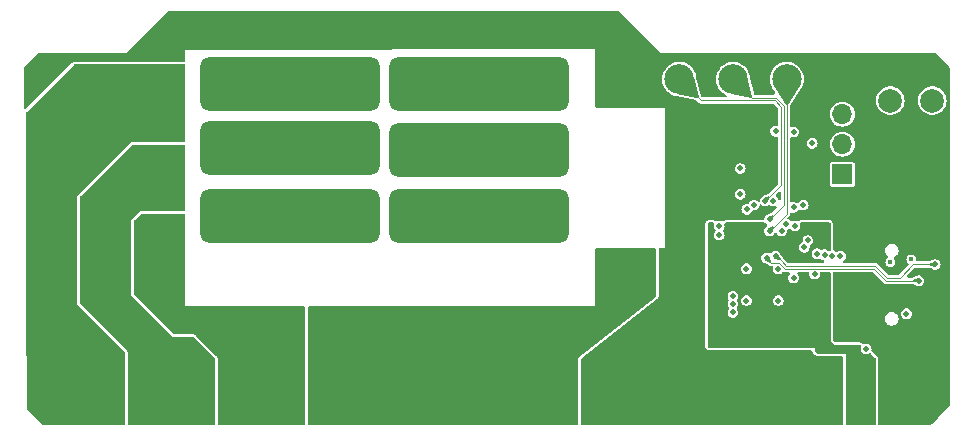
<source format=gbr>
%TF.GenerationSoftware,KiCad,Pcbnew,7.99.0-3012-g423a5b9961*%
%TF.CreationDate,2023-10-18T16:54:00-04:00*%
%TF.ProjectId,anyesc,616e7965-7363-42e6-9b69-6361645f7063,V1.0*%
%TF.SameCoordinates,Original*%
%TF.FileFunction,Copper,L3,Inr*%
%TF.FilePolarity,Positive*%
%FSLAX46Y46*%
G04 Gerber Fmt 4.6, Leading zero omitted, Abs format (unit mm)*
G04 Created by KiCad (PCBNEW 7.99.0-3012-g423a5b9961) date 2023-10-18 16:54:00*
%MOMM*%
%LPD*%
G01*
G04 APERTURE LIST*
G04 Aperture macros list*
%AMRoundRect*
0 Rectangle with rounded corners*
0 $1 Rounding radius*
0 $2 $3 $4 $5 $6 $7 $8 $9 X,Y pos of 4 corners*
0 Add a 4 corners polygon primitive as box body*
4,1,4,$2,$3,$4,$5,$6,$7,$8,$9,$2,$3,0*
0 Add four circle primitives for the rounded corners*
1,1,$1+$1,$2,$3*
1,1,$1+$1,$4,$5*
1,1,$1+$1,$6,$7*
1,1,$1+$1,$8,$9*
0 Add four rect primitives between the rounded corners*
20,1,$1+$1,$2,$3,$4,$5,0*
20,1,$1+$1,$4,$5,$6,$7,0*
20,1,$1+$1,$6,$7,$8,$9,0*
20,1,$1+$1,$8,$9,$2,$3,0*%
G04 Aperture macros list end*
%TA.AperFunction,ComponentPad*%
%ADD10C,0.500000*%
%TD*%
%TA.AperFunction,ComponentPad*%
%ADD11C,2.000000*%
%TD*%
%TA.AperFunction,ComponentPad*%
%ADD12RoundRect,0.800000X-6.800000X-1.500000X6.800000X-1.500000X6.800000X1.500000X-6.800000X1.500000X0*%
%TD*%
%TA.AperFunction,ComponentPad*%
%ADD13R,1.700000X1.700000*%
%TD*%
%TA.AperFunction,ComponentPad*%
%ADD14O,1.700000X1.700000*%
%TD*%
%TA.AperFunction,ComponentPad*%
%ADD15R,4.750000X2.950000*%
%TD*%
%TA.AperFunction,ComponentPad*%
%ADD16R,3.950000X4.900000*%
%TD*%
%TA.AperFunction,ComponentPad*%
%ADD17R,3.950000X4.450000*%
%TD*%
%TA.AperFunction,ComponentPad*%
%ADD18R,3.950000X4.850000*%
%TD*%
%TA.AperFunction,ComponentPad*%
%ADD19C,2.500000*%
%TD*%
%TA.AperFunction,ComponentPad*%
%ADD20O,2.100000X1.000000*%
%TD*%
%TA.AperFunction,ComponentPad*%
%ADD21O,1.600000X1.000000*%
%TD*%
%TA.AperFunction,ViaPad*%
%ADD22C,0.500000*%
%TD*%
%TA.AperFunction,ViaPad*%
%ADD23C,0.400000*%
%TD*%
%TA.AperFunction,Conductor*%
%ADD24C,0.125000*%
%TD*%
G04 APERTURE END LIST*
D10*
%TO.N,GND*%
%TO.C,U1*%
X171632000Y-109781000D03*
X168932000Y-109781000D03*
X171632000Y-112481000D03*
X168932000Y-112481000D03*
%TD*%
D11*
%TO.N,/RP2040/RUN*%
%TO.C,SW2*%
X184673000Y-95547000D03*
%TO.N,GND*%
X184673000Y-102047000D03*
%TD*%
D12*
%TO.N,N/C*%
%TO.C,H5*%
X146304000Y-94134000D03*
%TD*%
%TO.N,N/C*%
%TO.C,H4*%
X146304000Y-99722000D03*
%TD*%
D13*
%TO.N,/RP2040/SWCLK*%
%TO.C,J2*%
X177053000Y-101783000D03*
D14*
%TO.N,/RP2040/SWDIO*%
X177053000Y-99243000D03*
%TO.N,+3V3*%
X177053000Y-96703000D03*
%TO.N,GND*%
X177053000Y-94163000D03*
%TD*%
D12*
%TO.N,N/C*%
%TO.C,H3*%
X130302000Y-105310000D03*
%TD*%
D15*
%TO.N,+12V*%
%TO.C,U3*%
X158540000Y-109515400D03*
%TO.N,GND*%
X158540000Y-94615400D03*
D16*
%TO.N,/PHASE_A*%
X119390000Y-95740400D03*
D17*
%TO.N,/PHASE_B*%
X119390000Y-102015400D03*
D18*
%TO.N,/PHASE_C*%
X119390000Y-108465400D03*
%TD*%
D19*
%TO.N,/ESC_PWM*%
%TO.C,TP3*%
X163254000Y-93726000D03*
%TD*%
%TO.N,/UART1_RX*%
%TO.C,TP2*%
X167804000Y-93726000D03*
%TD*%
D12*
%TO.N,N/C*%
%TO.C,H2*%
X130302000Y-99590000D03*
%TD*%
%TO.N,N/C*%
%TO.C,H1*%
X130302000Y-94134000D03*
%TD*%
%TO.N,N/C*%
%TO.C,H6*%
X146304000Y-105310000D03*
%TD*%
D11*
%TO.N,/RP2040/USB_BOOT*%
%TO.C,SW1*%
X181117000Y-95547000D03*
%TO.N,GND*%
X181117000Y-102047000D03*
%TD*%
D20*
%TO.N,GND*%
%TO.C,J1*%
X180714000Y-115449210D03*
D21*
X184894000Y-115449210D03*
D20*
X180714000Y-106809210D03*
D21*
X184894000Y-106809210D03*
%TD*%
D19*
%TO.N,/UART1_TX*%
%TO.C,TP1*%
X172354000Y-93726000D03*
%TD*%
D22*
%TO.N,+3V3*%
X178308000Y-121920000D03*
X179070000Y-120396000D03*
X172618400Y-108864400D03*
X170078400Y-115824000D03*
X179070000Y-118110000D03*
X179070000Y-119634000D03*
X165912800Y-111302800D03*
X174193200Y-114198400D03*
X178308000Y-118110000D03*
X178308000Y-118872000D03*
X166878000Y-115824000D03*
X178308000Y-120396000D03*
X179070000Y-121920000D03*
X179070000Y-121158000D03*
X179070000Y-118872000D03*
X169875200Y-106426000D03*
X178308000Y-119634000D03*
X172872400Y-111607600D03*
X172059600Y-115773200D03*
X178308000Y-121158000D03*
%TO.N,GND*%
X146050000Y-88900000D03*
X161798000Y-113284000D03*
X184658000Y-97536000D03*
X163830000Y-99441000D03*
X163830000Y-116332000D03*
X174244000Y-103378000D03*
X138430000Y-90170000D03*
X140970000Y-88900000D03*
X130175000Y-89535000D03*
X159004000Y-93472000D03*
X120015000Y-89535000D03*
X156464000Y-94234000D03*
X160528000Y-93472000D03*
X124460000Y-89535000D03*
X167640000Y-99314000D03*
X163322000Y-96774000D03*
X127000000Y-88900000D03*
X178562000Y-107442000D03*
X132080000Y-90805000D03*
X170434000Y-101346000D03*
X158115000Y-90805000D03*
X151765000Y-88900000D03*
X181102000Y-100076000D03*
X157226000Y-93472000D03*
X159766000Y-93472000D03*
X170434000Y-99568000D03*
X147955000Y-90170000D03*
X135255000Y-89535000D03*
X109220000Y-92710000D03*
X142875000Y-90170000D03*
X160528000Y-94234000D03*
X180594000Y-98298000D03*
X160528000Y-95758000D03*
X159766000Y-94234000D03*
X156464000Y-93472000D03*
X184912000Y-100076000D03*
X185420000Y-104648000D03*
X159004000Y-95758000D03*
X163576000Y-101727000D03*
X167894000Y-104648000D03*
X156464000Y-95758000D03*
X159766000Y-95758000D03*
X174244000Y-92202000D03*
X157226000Y-95758000D03*
X181356000Y-103886000D03*
X160528000Y-94996000D03*
X156464000Y-94996000D03*
X184912000Y-107950000D03*
X168910000Y-96774000D03*
X159766000Y-94996000D03*
X161290000Y-92202000D03*
X122555000Y-90170000D03*
X126365000Y-90170000D03*
X154940000Y-90170000D03*
X184912000Y-114046000D03*
X182880000Y-115316000D03*
X177800000Y-114808000D03*
X108585000Y-93980000D03*
X176784000Y-112776000D03*
X165862000Y-96520000D03*
X163830000Y-115570000D03*
X174752000Y-96520000D03*
X118110000Y-91440000D03*
D23*
%TO.N,Net-(J1-CC2)*%
X182880000Y-108966000D03*
X181102000Y-109220000D03*
D22*
%TO.N,/RP2040/SWCLK*%
X167792400Y-112115600D03*
X174142400Y-107391200D03*
%TO.N,/RP2040/SWDIO*%
X173831384Y-107961395D03*
X167792400Y-112765103D03*
%TO.N,/PHASE_A*%
X120904000Y-93726000D03*
X118618000Y-96012000D03*
X108585000Y-107315000D03*
X109855000Y-98425000D03*
X111125000Y-94615000D03*
X118618000Y-93726000D03*
X116205000Y-94615000D03*
X109855000Y-107315000D03*
X113665000Y-115570000D03*
X119380000Y-96774000D03*
X117856000Y-97536000D03*
X111125000Y-111760000D03*
X111125000Y-115570000D03*
X109855000Y-111760000D03*
X113665000Y-94615000D03*
X117856000Y-96774000D03*
X111125000Y-107315000D03*
X112395000Y-94615000D03*
X108585000Y-102235000D03*
X118618000Y-96774000D03*
X108585000Y-111760000D03*
X119380000Y-93726000D03*
X109855000Y-115570000D03*
X111125000Y-98425000D03*
X120904000Y-97536000D03*
X114935000Y-98425000D03*
X114935000Y-94615000D03*
X112395000Y-115570000D03*
X111125000Y-102235000D03*
X108585000Y-98425000D03*
X119380000Y-94488000D03*
X120904000Y-94488000D03*
X108585000Y-115570000D03*
X118618000Y-94488000D03*
X119380000Y-97536000D03*
X120904000Y-96774000D03*
X117856000Y-95250000D03*
X117856000Y-93726000D03*
X113665000Y-98425000D03*
X120142000Y-97536000D03*
X118618000Y-95250000D03*
X120142000Y-93726000D03*
X117856000Y-94488000D03*
X109855000Y-102235000D03*
X116205000Y-98425000D03*
X112395000Y-98425000D03*
X118618000Y-97536000D03*
X117856000Y-96012000D03*
%TO.N,/PHASE_B*%
X116205000Y-101600000D03*
X119380000Y-100076000D03*
X118618000Y-101600000D03*
X120904000Y-103124000D03*
X118618000Y-103886000D03*
X117856000Y-100838000D03*
X118618000Y-100838000D03*
X118745000Y-115570000D03*
X118618000Y-103124000D03*
X115570000Y-104775000D03*
X120142000Y-100076000D03*
X115570000Y-108585000D03*
X113030000Y-108585000D03*
X119380000Y-100838000D03*
X113030000Y-104775000D03*
X117856000Y-100076000D03*
X114300000Y-104775000D03*
X117856000Y-101600000D03*
X118618000Y-100076000D03*
X116205000Y-102870000D03*
X117856000Y-103886000D03*
X114300000Y-108585000D03*
X117856000Y-103124000D03*
X119380000Y-103886000D03*
X120904000Y-100838000D03*
X120142000Y-103886000D03*
X114300000Y-112395000D03*
X116840000Y-115570000D03*
X117856000Y-102362000D03*
X115570000Y-112395000D03*
X119380000Y-103124000D03*
X120904000Y-103886000D03*
X118618000Y-102362000D03*
X120904000Y-100076000D03*
X113030000Y-112395000D03*
%TO.N,/PHASE_C*%
X130810000Y-115570000D03*
X121920000Y-114300000D03*
X124460000Y-114300000D03*
X117856000Y-106426000D03*
X123190000Y-115570000D03*
X118110000Y-111760000D03*
X128270000Y-115570000D03*
X125730000Y-114300000D03*
X120650000Y-111760000D03*
X120904000Y-106426000D03*
X125730000Y-115570000D03*
X120904000Y-110236000D03*
X119380000Y-109474000D03*
X123190000Y-114300000D03*
X117856000Y-107950000D03*
X120904000Y-107188000D03*
X117856000Y-107188000D03*
X130810000Y-114300000D03*
X119380000Y-111760000D03*
X128270000Y-114300000D03*
X118618000Y-106426000D03*
X119380000Y-106426000D03*
X120142000Y-110236000D03*
X119380000Y-107188000D03*
X120650000Y-114300000D03*
X120904000Y-109474000D03*
X117856000Y-109474000D03*
X119380000Y-110236000D03*
X118618000Y-107188000D03*
X129540000Y-115570000D03*
X117856000Y-110236000D03*
X118618000Y-110236000D03*
X117856000Y-108712000D03*
X124460000Y-115570000D03*
X127000000Y-115570000D03*
X127000000Y-114300000D03*
X129540000Y-114300000D03*
X118618000Y-107950000D03*
X120142000Y-106426000D03*
X118618000Y-108712000D03*
X118618000Y-109474000D03*
%TO.N,/BOARD_TX*%
X166624000Y-106934000D03*
%TO.N,/BOARD_RX*%
X179070000Y-116586000D03*
X166624000Y-106172000D03*
%TO.N,/BOARD_RX_1*%
X182473600Y-113588800D03*
%TO.N,+12V*%
X140335000Y-116205000D03*
X139065000Y-117449600D03*
X137795000Y-117449600D03*
X160528000Y-109220000D03*
X145415000Y-117449600D03*
X159766000Y-110744000D03*
X147955000Y-114935000D03*
X135255000Y-117449600D03*
X156464000Y-109220000D03*
X153035000Y-117449600D03*
X156464000Y-109982000D03*
X157226000Y-110744000D03*
X159004000Y-108458000D03*
X160528000Y-110744000D03*
X132715000Y-117449600D03*
X159766000Y-109982000D03*
X146685000Y-113665000D03*
X136525000Y-113665000D03*
X160528000Y-108458000D03*
X159004000Y-110744000D03*
X135255000Y-113665000D03*
X154305000Y-114935000D03*
X149225000Y-117449600D03*
X154305000Y-117449600D03*
X136525000Y-117449600D03*
X142875000Y-117449600D03*
X141605000Y-116205000D03*
X150495000Y-116205000D03*
X150495000Y-117449600D03*
X147955000Y-117449600D03*
X133985000Y-114935000D03*
X132715000Y-114935000D03*
X140335000Y-117449600D03*
X144145000Y-117449600D03*
X157226000Y-108458000D03*
X151765000Y-116205000D03*
X137795000Y-114935000D03*
X133985000Y-117449600D03*
X144145000Y-114935000D03*
X149225000Y-114935000D03*
X139065000Y-114935000D03*
X145415000Y-113665000D03*
X156464000Y-110744000D03*
X142875000Y-114935000D03*
X151765000Y-117449600D03*
X159766000Y-109220000D03*
X156464000Y-108458000D03*
X153035000Y-114935000D03*
X159766000Y-108458000D03*
X146685000Y-117449600D03*
X141605000Y-117449600D03*
X160528000Y-109982000D03*
%TO.N,/UART1_TX*%
X171399200Y-108712000D03*
X170891200Y-106578400D03*
X184912000Y-109423200D03*
%TO.N,/RP2040/RUN*%
X167792400Y-113487200D03*
%TO.N,/RP2040/USB_BOOT*%
X168402000Y-101295200D03*
%TO.N,/RP2040/QSPI_CS*%
X174904400Y-108508800D03*
X171196000Y-104038400D03*
%TO.N,/UART1_RX*%
X183540400Y-110794800D03*
X170891200Y-105613200D03*
X170637200Y-108864400D03*
%TO.N,/RP2040/QSPI_SD3*%
X171399200Y-98145600D03*
X172923200Y-110540800D03*
%TO.N,/RP2040/QSPI_SCK*%
X174701200Y-110236000D03*
X172923200Y-98196400D03*
%TO.N,/RP2040/QSPI_SD0*%
X176885600Y-108712000D03*
X174498000Y-99161600D03*
%TO.N,/RP2040/QSPI_SD2*%
X176191655Y-108682843D03*
X173736000Y-104394000D03*
%TO.N,/RP2040/QSPI_SD1*%
X175547374Y-108600653D03*
X172923200Y-104597200D03*
%TO.N,/ESC_PWM*%
X170535600Y-104038400D03*
%TO.N,/RP2040/LED0*%
X169570400Y-104394000D03*
X173024800Y-106172000D03*
%TO.N,/RP2040/LED1*%
X168960800Y-104749600D03*
X172313600Y-106019600D03*
%TO.N,/RP2040/LED2*%
X168402000Y-103479600D03*
X171907200Y-106578400D03*
%TD*%
D24*
%TO.N,/UART1_TX*%
X184912000Y-109423200D02*
X183076167Y-109423200D01*
X179800690Y-109539500D02*
X178806400Y-109539500D01*
X183076167Y-109423200D02*
X181939067Y-110560300D01*
X178806400Y-109539500D02*
X172318933Y-109539500D01*
X181939067Y-110560300D02*
X180821490Y-110560300D01*
X171927916Y-109148483D02*
X171491433Y-108712000D01*
X180821490Y-110560300D02*
X179800690Y-109539500D01*
X171491433Y-108712000D02*
X171399200Y-108712000D01*
X172354000Y-93726000D02*
X172354000Y-105115600D01*
X172354000Y-105115600D02*
X170891200Y-106578400D01*
X172318933Y-109539500D02*
X171927916Y-109148483D01*
%TO.N,/UART1_RX*%
X174505033Y-109778800D02*
X174509833Y-109774000D01*
X171043600Y-109270800D02*
X171718599Y-109270800D01*
X172226599Y-109778800D02*
X174505033Y-109778800D01*
X172119500Y-96012000D02*
X172119500Y-104384900D01*
X169381767Y-95303767D02*
X171411267Y-95303767D01*
X180724356Y-110794800D02*
X183540400Y-110794800D01*
X170637200Y-108864400D02*
X171043600Y-109270800D01*
X171718599Y-109270800D02*
X172226599Y-109778800D01*
X167804000Y-93726000D02*
X169381767Y-95303767D01*
X179703556Y-109774000D02*
X180724356Y-110794800D01*
X171411267Y-95303767D02*
X172119500Y-96012000D01*
X172119500Y-104384900D02*
X170891200Y-105613200D01*
X174509833Y-109774000D02*
X179703556Y-109774000D01*
%TO.N,/ESC_PWM*%
X171885000Y-102689000D02*
X171885000Y-96109134D01*
X171314133Y-95538267D02*
X165066267Y-95538267D01*
X170535600Y-104038400D02*
X171885000Y-102689000D01*
X165066267Y-95538267D02*
X163254000Y-93726000D01*
X171885000Y-96109134D02*
X171314133Y-95538267D01*
%TD*%
%TA.AperFunction,Conductor*%
%TO.N,+12V*%
G36*
X161233039Y-108060085D02*
G01*
X161278794Y-108112889D01*
X161290000Y-108164400D01*
X161290000Y-112119235D01*
X161270315Y-112186274D01*
X161242422Y-112216886D01*
X154686000Y-117347999D01*
X154686000Y-122878000D01*
X154666315Y-122945039D01*
X154613511Y-122990794D01*
X154562000Y-123002000D01*
X131950000Y-123002000D01*
X131882961Y-122982315D01*
X131837206Y-122929511D01*
X131826000Y-122878000D01*
X131826000Y-113064400D01*
X131845685Y-112997361D01*
X131898489Y-112951606D01*
X131950000Y-112940400D01*
X156115000Y-112940400D01*
X156115000Y-108164400D01*
X156134685Y-108097361D01*
X156187489Y-108051606D01*
X156239000Y-108040400D01*
X161166000Y-108040400D01*
X161233039Y-108060085D01*
G37*
%TD.AperFunction*%
%TD*%
%TA.AperFunction,Conductor*%
%TO.N,/PHASE_A*%
G36*
X121358039Y-92475685D02*
G01*
X121403794Y-92528489D01*
X121415000Y-92580000D01*
X121415000Y-98936000D01*
X121395315Y-99003039D01*
X121342511Y-99048794D01*
X121291000Y-99060000D01*
X116839999Y-99060000D01*
X112268000Y-103631999D01*
X112268000Y-112776000D01*
X116295681Y-116803681D01*
X116329166Y-116865004D01*
X116332000Y-116891362D01*
X116332000Y-122878000D01*
X116312315Y-122945039D01*
X116259511Y-122990794D01*
X116208000Y-123002000D01*
X109413935Y-123002000D01*
X109346896Y-122982315D01*
X109325566Y-122964988D01*
X109305929Y-122945039D01*
X108018840Y-121637519D01*
X107985840Y-121575936D01*
X107983210Y-121550705D01*
X107971568Y-112776000D01*
X107950068Y-96571457D01*
X107969664Y-96504392D01*
X107986382Y-96483617D01*
X111977681Y-92492319D01*
X112039004Y-92458834D01*
X112065362Y-92456000D01*
X121291000Y-92456000D01*
X121358039Y-92475685D01*
G37*
%TD.AperFunction*%
%TD*%
%TA.AperFunction,Conductor*%
%TO.N,/PHASE_C*%
G36*
X121358039Y-105175685D02*
G01*
X121403794Y-105228489D01*
X121415000Y-105280000D01*
X121415000Y-112940400D01*
X131448000Y-112940400D01*
X131515039Y-112960085D01*
X131560794Y-113012889D01*
X131572000Y-113064400D01*
X131572000Y-122878000D01*
X131552315Y-122945039D01*
X131499511Y-122990794D01*
X131448000Y-123002000D01*
X124281500Y-123002000D01*
X124214461Y-122982315D01*
X124168706Y-122929511D01*
X124157500Y-122878000D01*
X124157500Y-117393862D01*
X124156910Y-117382856D01*
X124156910Y-117382855D01*
X124153488Y-117351038D01*
X124153488Y-117351035D01*
X124129529Y-117274518D01*
X124096044Y-117213195D01*
X124060991Y-117166371D01*
X122351737Y-115457117D01*
X122348485Y-115454196D01*
X122343552Y-115449763D01*
X122343554Y-115449764D01*
X122318624Y-115429675D01*
X122270527Y-115404516D01*
X122240322Y-115382322D01*
X122174000Y-115316000D01*
X120483982Y-115316000D01*
X120416943Y-115296315D01*
X120396301Y-115279681D01*
X117130319Y-112013699D01*
X117096834Y-111952376D01*
X117094000Y-111926018D01*
X117094000Y-105751982D01*
X117113685Y-105684943D01*
X117130319Y-105664301D01*
X117602301Y-105192319D01*
X117663624Y-105158834D01*
X117689982Y-105156000D01*
X121291000Y-105156000D01*
X121358039Y-105175685D01*
G37*
%TD.AperFunction*%
%TD*%
%TA.AperFunction,Conductor*%
%TO.N,GND*%
G36*
X158130677Y-87969685D02*
G01*
X158151319Y-87986319D01*
X161673459Y-91508460D01*
X161673461Y-91508461D01*
X184860631Y-91506005D01*
X184927671Y-91525682D01*
X184948324Y-91542324D01*
X186109881Y-92703881D01*
X186143366Y-92765204D01*
X186146200Y-92791562D01*
X186146200Y-121325608D01*
X186126515Y-121392647D01*
X186110569Y-121412596D01*
X185128196Y-122410562D01*
X184617357Y-122929511D01*
X184582434Y-122964988D01*
X184521376Y-122998955D01*
X184494065Y-123002000D01*
X180212300Y-123002000D01*
X180145261Y-122982315D01*
X180099506Y-122929511D01*
X180088300Y-122878000D01*
X180088300Y-117393862D01*
X180087710Y-117382856D01*
X180087710Y-117382855D01*
X180084288Y-117351038D01*
X180084288Y-117351035D01*
X180060329Y-117274518D01*
X180026844Y-117213195D01*
X180009162Y-117189575D01*
X179991798Y-117166380D01*
X179991795Y-117166377D01*
X179991791Y-117166371D01*
X179991785Y-117166365D01*
X179991780Y-117166359D01*
X179639008Y-116813587D01*
X179639010Y-116813588D01*
X179634911Y-116809906D01*
X179630817Y-116806229D01*
X179605891Y-116786142D01*
X179605892Y-116786142D01*
X179605889Y-116786140D01*
X179581768Y-116773523D01*
X179531489Y-116725007D01*
X179515422Y-116657010D01*
X179516506Y-116646001D01*
X179525133Y-116586000D01*
X179506697Y-116457774D01*
X179452882Y-116339937D01*
X179368049Y-116242033D01*
X179259069Y-116171996D01*
X179259065Y-116171994D01*
X179259064Y-116171994D01*
X179134774Y-116135500D01*
X179134772Y-116135500D01*
X179005228Y-116135500D01*
X179005226Y-116135500D01*
X178905219Y-116164864D01*
X178835349Y-116164864D01*
X178776572Y-116127090D01*
X178766539Y-116115511D01*
X178748950Y-116097559D01*
X178748944Y-116097554D01*
X178669134Y-116052911D01*
X178669129Y-116052909D01*
X178602097Y-116033226D01*
X178602093Y-116033225D01*
X178602092Y-116033225D01*
X178544194Y-116024900D01*
X178544190Y-116024900D01*
X176514082Y-116024900D01*
X176447043Y-116005215D01*
X176426401Y-115988581D01*
X176314619Y-115876799D01*
X176281134Y-115815476D01*
X176278300Y-115789118D01*
X176278300Y-114019210D01*
X180663534Y-114019210D01*
X180683312Y-114169444D01*
X180683313Y-114169446D01*
X180741302Y-114309443D01*
X180833549Y-114429661D01*
X180953767Y-114521908D01*
X181093764Y-114579897D01*
X181206280Y-114594710D01*
X181206287Y-114594710D01*
X181281713Y-114594710D01*
X181281720Y-114594710D01*
X181394236Y-114579897D01*
X181534233Y-114521908D01*
X181654451Y-114429661D01*
X181746698Y-114309443D01*
X181804687Y-114169446D01*
X181824466Y-114019210D01*
X181804687Y-113868974D01*
X181746698Y-113728977D01*
X181654451Y-113608759D01*
X181628440Y-113588800D01*
X182018467Y-113588800D01*
X182036902Y-113717025D01*
X182042362Y-113728980D01*
X182090718Y-113834863D01*
X182175551Y-113932767D01*
X182284531Y-114002804D01*
X182408825Y-114039299D01*
X182408827Y-114039300D01*
X182408828Y-114039300D01*
X182538373Y-114039300D01*
X182538373Y-114039299D01*
X182662669Y-114002804D01*
X182771649Y-113932767D01*
X182856482Y-113834863D01*
X182910297Y-113717026D01*
X182928733Y-113588800D01*
X182910297Y-113460574D01*
X182856482Y-113342737D01*
X182771649Y-113244833D01*
X182662669Y-113174796D01*
X182662665Y-113174794D01*
X182662664Y-113174794D01*
X182538374Y-113138300D01*
X182538372Y-113138300D01*
X182408828Y-113138300D01*
X182408826Y-113138300D01*
X182284535Y-113174794D01*
X182284532Y-113174795D01*
X182284531Y-113174796D01*
X182233277Y-113207734D01*
X182175550Y-113244833D01*
X182090718Y-113342737D01*
X182090717Y-113342738D01*
X182036902Y-113460574D01*
X182018467Y-113588800D01*
X181628440Y-113588800D01*
X181534233Y-113516512D01*
X181534229Y-113516510D01*
X181470801Y-113490237D01*
X181394236Y-113458523D01*
X181380171Y-113456671D01*
X181281727Y-113443710D01*
X181281720Y-113443710D01*
X181206280Y-113443710D01*
X181206272Y-113443710D01*
X181093764Y-113458523D01*
X181093763Y-113458523D01*
X180953770Y-113516510D01*
X180953767Y-113516511D01*
X180953767Y-113516512D01*
X180833549Y-113608759D01*
X180750473Y-113717026D01*
X180741300Y-113728980D01*
X180683313Y-113868973D01*
X180683312Y-113868975D01*
X180663534Y-114019209D01*
X180663534Y-114019210D01*
X176278300Y-114019210D01*
X176278300Y-110161000D01*
X176297985Y-110093961D01*
X176350789Y-110048206D01*
X176402300Y-110037000D01*
X179543256Y-110037000D01*
X179610295Y-110056685D01*
X179630937Y-110073319D01*
X180511434Y-110953816D01*
X180526855Y-110972606D01*
X180534743Y-110984412D01*
X180551632Y-110995696D01*
X180551640Y-110995703D01*
X180619225Y-111040861D01*
X180621738Y-111042540D01*
X180621741Y-111042540D01*
X180621742Y-111042541D01*
X180724354Y-111062952D01*
X180724355Y-111062952D01*
X180724355Y-111062951D01*
X180724356Y-111062952D01*
X180738278Y-111060182D01*
X180762468Y-111057800D01*
X182962504Y-111057800D01*
X183010197Y-111067339D01*
X183354904Y-111210968D01*
X183354905Y-111210968D01*
X183354907Y-111210969D01*
X183360130Y-111212021D01*
X183364375Y-111212877D01*
X183369591Y-111214165D01*
X183423652Y-111230038D01*
X183475627Y-111245300D01*
X183475628Y-111245300D01*
X183605173Y-111245300D01*
X183605173Y-111245299D01*
X183729469Y-111208804D01*
X183838449Y-111138767D01*
X183923282Y-111040863D01*
X183977097Y-110923026D01*
X183995533Y-110794800D01*
X183977097Y-110666574D01*
X183923282Y-110548737D01*
X183838449Y-110450833D01*
X183729469Y-110380796D01*
X183729465Y-110380794D01*
X183729464Y-110380794D01*
X183605174Y-110344300D01*
X183605172Y-110344300D01*
X183475628Y-110344300D01*
X183369572Y-110375439D01*
X183364329Y-110376734D01*
X183354913Y-110378627D01*
X183354904Y-110378630D01*
X183010194Y-110522261D01*
X182962501Y-110531800D01*
X182638867Y-110531800D01*
X182571828Y-110512115D01*
X182526073Y-110459311D01*
X182516129Y-110390153D01*
X182545154Y-110326597D01*
X182551186Y-110320119D01*
X183148786Y-109722519D01*
X183210109Y-109689034D01*
X183236467Y-109686200D01*
X184334104Y-109686200D01*
X184381796Y-109695738D01*
X184538419Y-109760998D01*
X184726504Y-109839368D01*
X184726505Y-109839368D01*
X184726507Y-109839369D01*
X184731730Y-109840421D01*
X184735975Y-109841277D01*
X184741191Y-109842565D01*
X184769005Y-109850732D01*
X184847227Y-109873700D01*
X184847228Y-109873700D01*
X184976773Y-109873700D01*
X184976773Y-109873699D01*
X185101069Y-109837204D01*
X185210049Y-109767167D01*
X185294882Y-109669263D01*
X185348697Y-109551426D01*
X185367133Y-109423200D01*
X185348697Y-109294974D01*
X185294882Y-109177137D01*
X185210049Y-109079233D01*
X185101069Y-109009196D01*
X185101065Y-109009194D01*
X185101064Y-109009194D01*
X184976774Y-108972700D01*
X184976772Y-108972700D01*
X184847228Y-108972700D01*
X184741172Y-109003839D01*
X184735929Y-109005134D01*
X184726513Y-109007027D01*
X184726504Y-109007030D01*
X184381794Y-109150661D01*
X184334101Y-109160200D01*
X183399919Y-109160200D01*
X183332880Y-109140515D01*
X183287125Y-109087711D01*
X183277181Y-109018553D01*
X183277446Y-109016802D01*
X183285492Y-108966002D01*
X183285492Y-108965996D01*
X183265647Y-108840699D01*
X183265647Y-108840698D01*
X183265646Y-108840696D01*
X183208050Y-108727658D01*
X183208046Y-108727654D01*
X183208045Y-108727652D01*
X183118347Y-108637954D01*
X183118344Y-108637952D01*
X183118342Y-108637950D01*
X183005304Y-108580354D01*
X183005303Y-108580353D01*
X183005300Y-108580352D01*
X182880003Y-108560508D01*
X182879997Y-108560508D01*
X182754699Y-108580352D01*
X182754698Y-108580352D01*
X182679337Y-108618751D01*
X182641658Y-108637950D01*
X182641657Y-108637951D01*
X182641652Y-108637954D01*
X182551954Y-108727652D01*
X182551951Y-108727657D01*
X182551950Y-108727658D01*
X182544689Y-108741909D01*
X182494352Y-108840698D01*
X182494352Y-108840699D01*
X182474508Y-108965996D01*
X182474508Y-108966003D01*
X182494352Y-109091300D01*
X182494352Y-109091301D01*
X182497178Y-109096847D01*
X182551950Y-109204342D01*
X182551952Y-109204344D01*
X182551954Y-109204347D01*
X182648558Y-109300951D01*
X182646073Y-109303435D01*
X182677909Y-109344719D01*
X182683888Y-109414333D01*
X182651283Y-109476128D01*
X182650039Y-109477389D01*
X181866448Y-110260981D01*
X181805125Y-110294466D01*
X181778767Y-110297300D01*
X180981790Y-110297300D01*
X180914751Y-110277615D01*
X180894109Y-110260981D01*
X180013610Y-109380482D01*
X179998189Y-109361692D01*
X179990302Y-109349888D01*
X179990298Y-109349885D01*
X179968068Y-109335032D01*
X179903306Y-109291759D01*
X179881081Y-109287339D01*
X179858856Y-109282918D01*
X179826591Y-109276500D01*
X179813640Y-109273924D01*
X179800691Y-109271348D01*
X179800690Y-109271348D01*
X179786767Y-109274117D01*
X179762578Y-109276500D01*
X177261597Y-109276500D01*
X177194558Y-109256815D01*
X177148803Y-109204011D01*
X177138859Y-109134853D01*
X177167884Y-109071297D01*
X177180398Y-109058784D01*
X177183645Y-109055969D01*
X177183649Y-109055967D01*
X177268482Y-108958063D01*
X177322297Y-108840226D01*
X177340733Y-108712000D01*
X177322297Y-108583774D01*
X177268482Y-108465937D01*
X177183649Y-108368033D01*
X177074669Y-108297996D01*
X177074665Y-108297994D01*
X177074664Y-108297994D01*
X176950374Y-108261500D01*
X176950372Y-108261500D01*
X176820828Y-108261500D01*
X176820826Y-108261500D01*
X176696533Y-108297994D01*
X176696532Y-108297995D01*
X176628350Y-108341812D01*
X176561310Y-108361496D01*
X176494273Y-108341812D01*
X176426093Y-108297996D01*
X176380724Y-108268839D01*
X176380722Y-108268838D01*
X176380720Y-108268837D01*
X176367365Y-108264916D01*
X176327365Y-108239210D01*
X180663534Y-108239210D01*
X180683312Y-108389444D01*
X180683313Y-108389446D01*
X180741302Y-108529443D01*
X180833549Y-108649661D01*
X180879402Y-108684845D01*
X180920605Y-108741273D01*
X180924760Y-108811019D01*
X180890548Y-108871939D01*
X180871242Y-108885793D01*
X180871550Y-108886217D01*
X180863652Y-108891954D01*
X180773954Y-108981652D01*
X180773951Y-108981657D01*
X180773950Y-108981658D01*
X180761024Y-109007027D01*
X180716352Y-109094698D01*
X180716352Y-109094699D01*
X180696508Y-109219996D01*
X180696508Y-109220003D01*
X180716352Y-109345300D01*
X180716352Y-109345301D01*
X180719585Y-109351646D01*
X180773950Y-109458342D01*
X180773952Y-109458344D01*
X180773954Y-109458347D01*
X180863652Y-109548045D01*
X180863654Y-109548046D01*
X180863658Y-109548050D01*
X180976696Y-109605646D01*
X180976697Y-109605646D01*
X180976699Y-109605647D01*
X181101997Y-109625492D01*
X181102000Y-109625492D01*
X181102003Y-109625492D01*
X181227300Y-109605647D01*
X181227301Y-109605647D01*
X181227302Y-109605646D01*
X181227304Y-109605646D01*
X181340342Y-109548050D01*
X181430050Y-109458342D01*
X181487646Y-109345304D01*
X181487646Y-109345302D01*
X181487647Y-109345301D01*
X181487647Y-109345300D01*
X181507492Y-109220003D01*
X181507492Y-109219996D01*
X181487647Y-109094699D01*
X181487647Y-109094698D01*
X181479767Y-109079233D01*
X181430050Y-108981658D01*
X181430046Y-108981654D01*
X181430045Y-108981652D01*
X181422260Y-108973867D01*
X181388775Y-108912544D01*
X181393759Y-108842852D01*
X181435631Y-108786919D01*
X181462482Y-108771628D01*
X181534233Y-108741908D01*
X181654451Y-108649661D01*
X181746698Y-108529443D01*
X181804687Y-108389446D01*
X181824466Y-108239210D01*
X181804687Y-108088974D01*
X181746698Y-107948977D01*
X181654451Y-107828759D01*
X181534233Y-107736512D01*
X181534229Y-107736510D01*
X181470801Y-107710237D01*
X181394236Y-107678523D01*
X181380171Y-107676671D01*
X181281727Y-107663710D01*
X181281720Y-107663710D01*
X181206280Y-107663710D01*
X181206272Y-107663710D01*
X181093764Y-107678523D01*
X181093763Y-107678523D01*
X180953770Y-107736510D01*
X180953767Y-107736511D01*
X180953767Y-107736512D01*
X180833549Y-107828759D01*
X180741300Y-107948980D01*
X180683313Y-108088973D01*
X180683312Y-108088975D01*
X180663534Y-108239209D01*
X180663534Y-108239210D01*
X176327365Y-108239210D01*
X176308587Y-108227142D01*
X176279562Y-108163586D01*
X176278300Y-108145939D01*
X176278300Y-105991208D01*
X176278299Y-105991192D01*
X176276766Y-105976937D01*
X176273603Y-105947516D01*
X176269335Y-105927901D01*
X176262398Y-105896007D01*
X176259910Y-105885829D01*
X176259910Y-105885827D01*
X176216900Y-105805115D01*
X176171145Y-105752311D01*
X176153556Y-105734359D01*
X176153550Y-105734354D01*
X176073740Y-105689711D01*
X176073735Y-105689709D01*
X176006703Y-105670026D01*
X176006699Y-105670025D01*
X176006698Y-105670025D01*
X175948800Y-105661700D01*
X173573806Y-105661700D01*
X173573805Y-105661700D01*
X173544555Y-105663792D01*
X173509627Y-105668814D01*
X173427772Y-105699344D01*
X173427769Y-105699345D01*
X173374911Y-105733315D01*
X173373296Y-105734354D01*
X173368987Y-105737123D01*
X173368986Y-105737124D01*
X173350021Y-105751020D01*
X173284310Y-105774764D01*
X173222414Y-105760633D01*
X173221936Y-105761680D01*
X173216874Y-105759368D01*
X173216193Y-105759213D01*
X173215108Y-105758562D01*
X173213870Y-105757996D01*
X173213869Y-105757996D01*
X173213867Y-105757995D01*
X173213864Y-105757994D01*
X173089574Y-105721500D01*
X173089572Y-105721500D01*
X172960028Y-105721500D01*
X172960026Y-105721500D01*
X172835734Y-105757994D01*
X172835731Y-105757996D01*
X172828034Y-105762943D01*
X172828026Y-105762948D01*
X172760986Y-105782630D01*
X172693947Y-105762943D01*
X172667276Y-105739831D01*
X172611651Y-105675634D01*
X172523375Y-105618903D01*
X172502669Y-105605596D01*
X172502667Y-105605595D01*
X172502665Y-105605594D01*
X172497007Y-105603933D01*
X172438229Y-105566159D01*
X172409204Y-105502603D01*
X172419148Y-105433444D01*
X172444258Y-105397279D01*
X172513020Y-105328516D01*
X172531805Y-105313100D01*
X172543612Y-105305212D01*
X172601740Y-105218217D01*
X172612603Y-105163605D01*
X172618187Y-105135535D01*
X172618187Y-105135529D01*
X172621499Y-105118881D01*
X172653884Y-105056973D01*
X172714600Y-105022400D01*
X172778049Y-105024100D01*
X172858425Y-105047699D01*
X172858427Y-105047700D01*
X172858428Y-105047700D01*
X172987973Y-105047700D01*
X172987973Y-105047699D01*
X173112269Y-105011204D01*
X173221249Y-104941167D01*
X173306082Y-104843263D01*
X173313732Y-104826511D01*
X173359485Y-104773709D01*
X173426524Y-104754023D01*
X173493564Y-104773707D01*
X173546931Y-104808004D01*
X173546932Y-104808004D01*
X173546935Y-104808006D01*
X173655549Y-104839896D01*
X173669225Y-104843912D01*
X173671225Y-104844499D01*
X173671227Y-104844500D01*
X173671228Y-104844500D01*
X173800773Y-104844500D01*
X173800773Y-104844499D01*
X173925069Y-104808004D01*
X174034049Y-104737967D01*
X174118882Y-104640063D01*
X174172697Y-104522226D01*
X174191133Y-104394000D01*
X174172697Y-104265774D01*
X174118882Y-104147937D01*
X174034049Y-104050033D01*
X173925069Y-103979996D01*
X173925065Y-103979994D01*
X173925064Y-103979994D01*
X173800774Y-103943500D01*
X173800772Y-103943500D01*
X173671228Y-103943500D01*
X173671226Y-103943500D01*
X173546935Y-103979994D01*
X173546932Y-103979995D01*
X173546931Y-103979996D01*
X173495677Y-104012934D01*
X173437950Y-104050033D01*
X173353118Y-104147937D01*
X173353117Y-104147938D01*
X173345466Y-104164691D01*
X173299709Y-104217494D01*
X173232669Y-104237176D01*
X173165635Y-104217492D01*
X173112269Y-104183196D01*
X173112265Y-104183194D01*
X173112264Y-104183194D01*
X172987974Y-104146700D01*
X172987972Y-104146700D01*
X172858428Y-104146700D01*
X172858426Y-104146700D01*
X172775934Y-104170921D01*
X172706064Y-104170921D01*
X172647286Y-104133146D01*
X172618262Y-104069590D01*
X172617000Y-104051944D01*
X172617000Y-102652752D01*
X176002500Y-102652752D01*
X176014131Y-102711229D01*
X176014132Y-102711230D01*
X176058447Y-102777552D01*
X176124769Y-102821867D01*
X176124770Y-102821868D01*
X176183247Y-102833499D01*
X176183250Y-102833500D01*
X176183252Y-102833500D01*
X177922750Y-102833500D01*
X177922751Y-102833499D01*
X177937568Y-102830552D01*
X177981229Y-102821868D01*
X177981229Y-102821867D01*
X177981231Y-102821867D01*
X178047552Y-102777552D01*
X178091867Y-102711231D01*
X178091867Y-102711229D01*
X178091868Y-102711229D01*
X178103499Y-102652752D01*
X178103500Y-102652750D01*
X178103500Y-100913249D01*
X178103499Y-100913247D01*
X178091868Y-100854770D01*
X178091867Y-100854769D01*
X178047552Y-100788447D01*
X177981230Y-100744132D01*
X177981229Y-100744131D01*
X177922752Y-100732500D01*
X177922748Y-100732500D01*
X176183252Y-100732500D01*
X176183247Y-100732500D01*
X176124770Y-100744131D01*
X176124769Y-100744132D01*
X176058447Y-100788447D01*
X176014132Y-100854769D01*
X176014131Y-100854770D01*
X176002500Y-100913247D01*
X176002500Y-102652752D01*
X172617000Y-102652752D01*
X172617000Y-99161600D01*
X174042867Y-99161600D01*
X174061302Y-99289825D01*
X174115117Y-99407661D01*
X174115118Y-99407663D01*
X174199951Y-99505567D01*
X174308931Y-99575604D01*
X174433225Y-99612099D01*
X174433227Y-99612100D01*
X174433228Y-99612100D01*
X174562773Y-99612100D01*
X174562773Y-99612099D01*
X174687069Y-99575604D01*
X174796049Y-99505567D01*
X174880882Y-99407663D01*
X174934697Y-99289826D01*
X174941430Y-99243000D01*
X175997417Y-99243000D01*
X176017699Y-99448932D01*
X176017700Y-99448934D01*
X176077768Y-99646954D01*
X176175315Y-99829450D01*
X176175317Y-99829452D01*
X176306589Y-99989410D01*
X176403209Y-100068702D01*
X176466550Y-100120685D01*
X176649046Y-100218232D01*
X176847066Y-100278300D01*
X176847065Y-100278300D01*
X176865529Y-100280118D01*
X177053000Y-100298583D01*
X177258934Y-100278300D01*
X177456954Y-100218232D01*
X177639450Y-100120685D01*
X177799410Y-99989410D01*
X177930685Y-99829450D01*
X178028232Y-99646954D01*
X178088300Y-99448934D01*
X178108583Y-99243000D01*
X178088300Y-99037066D01*
X178028232Y-98839046D01*
X177930685Y-98656550D01*
X177835336Y-98540366D01*
X177799410Y-98496589D01*
X177639452Y-98365317D01*
X177639453Y-98365317D01*
X177639450Y-98365315D01*
X177456954Y-98267768D01*
X177258934Y-98207700D01*
X177258932Y-98207699D01*
X177258934Y-98207699D01*
X177053000Y-98187417D01*
X176847067Y-98207699D01*
X176649043Y-98267769D01*
X176542675Y-98324625D01*
X176466550Y-98365315D01*
X176466548Y-98365316D01*
X176466547Y-98365317D01*
X176306589Y-98496589D01*
X176175317Y-98656547D01*
X176175315Y-98656550D01*
X176153326Y-98697688D01*
X176077769Y-98839043D01*
X176017699Y-99037067D01*
X175997417Y-99243000D01*
X174941430Y-99243000D01*
X174953133Y-99161600D01*
X174934697Y-99033374D01*
X174880882Y-98915537D01*
X174796049Y-98817633D01*
X174687069Y-98747596D01*
X174687065Y-98747594D01*
X174687064Y-98747594D01*
X174562774Y-98711100D01*
X174562772Y-98711100D01*
X174433228Y-98711100D01*
X174433226Y-98711100D01*
X174308935Y-98747594D01*
X174308932Y-98747595D01*
X174308931Y-98747596D01*
X174257677Y-98780534D01*
X174199950Y-98817633D01*
X174115118Y-98915537D01*
X174115117Y-98915538D01*
X174061302Y-99033374D01*
X174042867Y-99161600D01*
X172617000Y-99161600D01*
X172617000Y-98741655D01*
X172636685Y-98674616D01*
X172689489Y-98628861D01*
X172758647Y-98618917D01*
X172775928Y-98622676D01*
X172814950Y-98634134D01*
X172858427Y-98646900D01*
X172858428Y-98646900D01*
X172987973Y-98646900D01*
X172987973Y-98646899D01*
X173112269Y-98610404D01*
X173221249Y-98540367D01*
X173306082Y-98442463D01*
X173359897Y-98324626D01*
X173378333Y-98196400D01*
X173359897Y-98068174D01*
X173306082Y-97950337D01*
X173221249Y-97852433D01*
X173112269Y-97782396D01*
X173112265Y-97782394D01*
X173112264Y-97782394D01*
X172987974Y-97745900D01*
X172987972Y-97745900D01*
X172858428Y-97745900D01*
X172858426Y-97745900D01*
X172775934Y-97770121D01*
X172706064Y-97770121D01*
X172647286Y-97732346D01*
X172618262Y-97668790D01*
X172617000Y-97651144D01*
X172617000Y-96703000D01*
X175997417Y-96703000D01*
X176017699Y-96908932D01*
X176017700Y-96908934D01*
X176077768Y-97106954D01*
X176175315Y-97289450D01*
X176175317Y-97289452D01*
X176306589Y-97449410D01*
X176381505Y-97510891D01*
X176466550Y-97580685D01*
X176649046Y-97678232D01*
X176847066Y-97738300D01*
X176847065Y-97738300D01*
X176865529Y-97740118D01*
X177053000Y-97758583D01*
X177258934Y-97738300D01*
X177456954Y-97678232D01*
X177639450Y-97580685D01*
X177799410Y-97449410D01*
X177930685Y-97289450D01*
X178028232Y-97106954D01*
X178088300Y-96908934D01*
X178108583Y-96703000D01*
X178088300Y-96497066D01*
X178028232Y-96299046D01*
X177930685Y-96116550D01*
X177878702Y-96053209D01*
X177799410Y-95956589D01*
X177639452Y-95825317D01*
X177639453Y-95825317D01*
X177639450Y-95825315D01*
X177456954Y-95727768D01*
X177258934Y-95667700D01*
X177258932Y-95667699D01*
X177258934Y-95667699D01*
X177053000Y-95647417D01*
X176847067Y-95667699D01*
X176649043Y-95727769D01*
X176572777Y-95768535D01*
X176466550Y-95825315D01*
X176466548Y-95825316D01*
X176466547Y-95825317D01*
X176306589Y-95956589D01*
X176175317Y-96116547D01*
X176077769Y-96299043D01*
X176017699Y-96497067D01*
X175997417Y-96703000D01*
X172617000Y-96703000D01*
X172617000Y-96059738D01*
X172635943Y-95993867D01*
X172643047Y-95982538D01*
X172916128Y-95547000D01*
X179911357Y-95547000D01*
X179931884Y-95768535D01*
X179931885Y-95768537D01*
X179992769Y-95982523D01*
X179992775Y-95982538D01*
X180091938Y-96181683D01*
X180091943Y-96181691D01*
X180226020Y-96359238D01*
X180390437Y-96509123D01*
X180390439Y-96509125D01*
X180579595Y-96626245D01*
X180579596Y-96626245D01*
X180579599Y-96626247D01*
X180787060Y-96706618D01*
X181005757Y-96747500D01*
X181005759Y-96747500D01*
X181228241Y-96747500D01*
X181228243Y-96747500D01*
X181446940Y-96706618D01*
X181654401Y-96626247D01*
X181843562Y-96509124D01*
X182007981Y-96359236D01*
X182142058Y-96181689D01*
X182241229Y-95982528D01*
X182302115Y-95768536D01*
X182322643Y-95547000D01*
X183467357Y-95547000D01*
X183487884Y-95768535D01*
X183487885Y-95768537D01*
X183548769Y-95982523D01*
X183548775Y-95982538D01*
X183647938Y-96181683D01*
X183647943Y-96181691D01*
X183782020Y-96359238D01*
X183946437Y-96509123D01*
X183946439Y-96509125D01*
X184135595Y-96626245D01*
X184135596Y-96626245D01*
X184135599Y-96626247D01*
X184343060Y-96706618D01*
X184561757Y-96747500D01*
X184561759Y-96747500D01*
X184784241Y-96747500D01*
X184784243Y-96747500D01*
X185002940Y-96706618D01*
X185210401Y-96626247D01*
X185399562Y-96509124D01*
X185563981Y-96359236D01*
X185698058Y-96181689D01*
X185797229Y-95982528D01*
X185858115Y-95768536D01*
X185878643Y-95547000D01*
X185858115Y-95325464D01*
X185797229Y-95111472D01*
X185797224Y-95111461D01*
X185698061Y-94912316D01*
X185698056Y-94912308D01*
X185563979Y-94734761D01*
X185399562Y-94584876D01*
X185399560Y-94584874D01*
X185210404Y-94467754D01*
X185210398Y-94467752D01*
X185002940Y-94387382D01*
X184784243Y-94346500D01*
X184561757Y-94346500D01*
X184343060Y-94387382D01*
X184211864Y-94438207D01*
X184135601Y-94467752D01*
X184135595Y-94467754D01*
X183946439Y-94584874D01*
X183946437Y-94584876D01*
X183782020Y-94734761D01*
X183647943Y-94912308D01*
X183647938Y-94912316D01*
X183548775Y-95111461D01*
X183548769Y-95111476D01*
X183487885Y-95325462D01*
X183487884Y-95325464D01*
X183467357Y-95546999D01*
X183467357Y-95547000D01*
X182322643Y-95547000D01*
X182302115Y-95325464D01*
X182241229Y-95111472D01*
X182241224Y-95111461D01*
X182142061Y-94912316D01*
X182142056Y-94912308D01*
X182007979Y-94734761D01*
X181843562Y-94584876D01*
X181843560Y-94584874D01*
X181654404Y-94467754D01*
X181654398Y-94467752D01*
X181446940Y-94387382D01*
X181228243Y-94346500D01*
X181005757Y-94346500D01*
X180787060Y-94387382D01*
X180655864Y-94438207D01*
X180579601Y-94467752D01*
X180579595Y-94467754D01*
X180390439Y-94584874D01*
X180390437Y-94584876D01*
X180226020Y-94734761D01*
X180091943Y-94912308D01*
X180091938Y-94912316D01*
X179992775Y-95111461D01*
X179992769Y-95111476D01*
X179931885Y-95325462D01*
X179931884Y-95325464D01*
X179911357Y-95546999D01*
X179911357Y-95547000D01*
X172916128Y-95547000D01*
X173480202Y-94647357D01*
X173494027Y-94629249D01*
X173502571Y-94619969D01*
X173634049Y-94418728D01*
X173730610Y-94198591D01*
X173789620Y-93965563D01*
X173809471Y-93726000D01*
X173799175Y-93601753D01*
X173789620Y-93486440D01*
X173789620Y-93486437D01*
X173730610Y-93253409D01*
X173634049Y-93033272D01*
X173502571Y-92832031D01*
X173339764Y-92655175D01*
X173339759Y-92655171D01*
X173339757Y-92655169D01*
X173150075Y-92507533D01*
X173150069Y-92507529D01*
X172938657Y-92393118D01*
X172938652Y-92393116D01*
X172711300Y-92315066D01*
X172533468Y-92285391D01*
X172474192Y-92275500D01*
X172233808Y-92275500D01*
X172186387Y-92283413D01*
X171996699Y-92315066D01*
X171769347Y-92393116D01*
X171769342Y-92393118D01*
X171557930Y-92507529D01*
X171557924Y-92507533D01*
X171368242Y-92655169D01*
X171368239Y-92655172D01*
X171205430Y-92832029D01*
X171205427Y-92832033D01*
X171073951Y-93033270D01*
X170977389Y-93253410D01*
X170918379Y-93486440D01*
X170898529Y-93725994D01*
X170898529Y-93726005D01*
X170918379Y-93965559D01*
X170977389Y-94198589D01*
X171073951Y-94418729D01*
X171205427Y-94619966D01*
X171205435Y-94619977D01*
X171213969Y-94629247D01*
X171227795Y-94647357D01*
X171355414Y-94850896D01*
X171374349Y-94918151D01*
X171353918Y-94984967D01*
X171300606Y-95030129D01*
X171250357Y-95040767D01*
X169653643Y-95040767D01*
X169586604Y-95021082D01*
X169540849Y-94968278D01*
X169532394Y-94942741D01*
X169252557Y-93636408D01*
X169251397Y-93628567D01*
X169239620Y-93486437D01*
X169180610Y-93253409D01*
X169084049Y-93033272D01*
X168952571Y-92832031D01*
X168789764Y-92655175D01*
X168789759Y-92655171D01*
X168789757Y-92655169D01*
X168600075Y-92507533D01*
X168600069Y-92507529D01*
X168388657Y-92393118D01*
X168388652Y-92393116D01*
X168161300Y-92315066D01*
X167983468Y-92285391D01*
X167924192Y-92275500D01*
X167683808Y-92275500D01*
X167636387Y-92283413D01*
X167446699Y-92315066D01*
X167219347Y-92393116D01*
X167219342Y-92393118D01*
X167007930Y-92507529D01*
X167007924Y-92507533D01*
X166818242Y-92655169D01*
X166818239Y-92655172D01*
X166655430Y-92832029D01*
X166655427Y-92832033D01*
X166523951Y-93033270D01*
X166427389Y-93253410D01*
X166368379Y-93486440D01*
X166348529Y-93725994D01*
X166348529Y-93726005D01*
X166368379Y-93965559D01*
X166427389Y-94198589D01*
X166523951Y-94418729D01*
X166555981Y-94467754D01*
X166655429Y-94619969D01*
X166818236Y-94796825D01*
X166818239Y-94796827D01*
X166818242Y-94796830D01*
X167007924Y-94944466D01*
X167007930Y-94944470D01*
X167007933Y-94944472D01*
X167188541Y-95042212D01*
X167238131Y-95091432D01*
X167253239Y-95159648D01*
X167229069Y-95225204D01*
X167173293Y-95267285D01*
X167129523Y-95275267D01*
X165226567Y-95275267D01*
X165159528Y-95255582D01*
X165138886Y-95238948D01*
X165092739Y-95192801D01*
X165059744Y-95133637D01*
X164702072Y-93620022D01*
X164699175Y-93601762D01*
X164689620Y-93486437D01*
X164630610Y-93253409D01*
X164534049Y-93033272D01*
X164402571Y-92832031D01*
X164239764Y-92655175D01*
X164239759Y-92655171D01*
X164239757Y-92655169D01*
X164050075Y-92507533D01*
X164050069Y-92507529D01*
X163838657Y-92393118D01*
X163838652Y-92393116D01*
X163611300Y-92315066D01*
X163433468Y-92285391D01*
X163374192Y-92275500D01*
X163133808Y-92275500D01*
X163086387Y-92283413D01*
X162896699Y-92315066D01*
X162669347Y-92393116D01*
X162669342Y-92393118D01*
X162457930Y-92507529D01*
X162457924Y-92507533D01*
X162268242Y-92655169D01*
X162268239Y-92655172D01*
X162105430Y-92832029D01*
X162105427Y-92832033D01*
X161973951Y-93033270D01*
X161877389Y-93253410D01*
X161818379Y-93486440D01*
X161798529Y-93725994D01*
X161798529Y-93726005D01*
X161818379Y-93965559D01*
X161877389Y-94198589D01*
X161973951Y-94418729D01*
X162005981Y-94467754D01*
X162105429Y-94619969D01*
X162268236Y-94796825D01*
X162268239Y-94796827D01*
X162268242Y-94796830D01*
X162457924Y-94944466D01*
X162457930Y-94944470D01*
X162457933Y-94944472D01*
X162669344Y-95058882D01*
X162669347Y-95058883D01*
X162896699Y-95136933D01*
X162896701Y-95136933D01*
X162896703Y-95136934D01*
X162951113Y-95146013D01*
X163039260Y-95160723D01*
X163042897Y-95161441D01*
X164661586Y-95532324D01*
X164721573Y-95565511D01*
X164853345Y-95697283D01*
X164868766Y-95716073D01*
X164876652Y-95727876D01*
X164876653Y-95727877D01*
X164876655Y-95727879D01*
X164963650Y-95786007D01*
X165017557Y-95796730D01*
X165066266Y-95806419D01*
X165066266Y-95806418D01*
X165066267Y-95806419D01*
X165080189Y-95803649D01*
X165104379Y-95801267D01*
X171153833Y-95801267D01*
X171220872Y-95820952D01*
X171241514Y-95837586D01*
X171585681Y-96181753D01*
X171619166Y-96243076D01*
X171622000Y-96269434D01*
X171622000Y-97575856D01*
X171602315Y-97642895D01*
X171549511Y-97688650D01*
X171480353Y-97698594D01*
X171464907Y-97695234D01*
X171463974Y-97695100D01*
X171463972Y-97695100D01*
X171334428Y-97695100D01*
X171334426Y-97695100D01*
X171210135Y-97731594D01*
X171210132Y-97731595D01*
X171210131Y-97731596D01*
X171176401Y-97753273D01*
X171101150Y-97801633D01*
X171016318Y-97899537D01*
X171016317Y-97899538D01*
X170962502Y-98017374D01*
X170944067Y-98145600D01*
X170962502Y-98273825D01*
X170985702Y-98324625D01*
X171016318Y-98391663D01*
X171101151Y-98489567D01*
X171210131Y-98559604D01*
X171330130Y-98594838D01*
X171334425Y-98596099D01*
X171334427Y-98596100D01*
X171334428Y-98596100D01*
X171463973Y-98596100D01*
X171472752Y-98594838D01*
X171472971Y-98596367D01*
X171532927Y-98596364D01*
X171591707Y-98634134D01*
X171620737Y-98697688D01*
X171622000Y-98715343D01*
X171622000Y-102528699D01*
X171602315Y-102595738D01*
X171585681Y-102616380D01*
X170758266Y-103443794D01*
X170717798Y-103470773D01*
X170372477Y-103612964D01*
X170367597Y-103615558D01*
X170351599Y-103622081D01*
X170346528Y-103624396D01*
X170237551Y-103694432D01*
X170152718Y-103792337D01*
X170152717Y-103792338D01*
X170098902Y-103910174D01*
X170087500Y-103989479D01*
X170058474Y-104053034D01*
X169999696Y-104090808D01*
X169929826Y-104090808D01*
X169875248Y-104055732D01*
X169875154Y-104055842D01*
X169874393Y-104055183D01*
X169871048Y-104053033D01*
X169871046Y-104053030D01*
X169868450Y-104050033D01*
X169830711Y-104025780D01*
X169759469Y-103979996D01*
X169759465Y-103979994D01*
X169759464Y-103979994D01*
X169635174Y-103943500D01*
X169635172Y-103943500D01*
X169505628Y-103943500D01*
X169505626Y-103943500D01*
X169381335Y-103979994D01*
X169381332Y-103979995D01*
X169381331Y-103979996D01*
X169330077Y-104012934D01*
X169272350Y-104050033D01*
X169187518Y-104147936D01*
X169151319Y-104227200D01*
X169105563Y-104280003D01*
X169038524Y-104299687D01*
X169030314Y-104299100D01*
X169025572Y-104299100D01*
X168896028Y-104299100D01*
X168896026Y-104299100D01*
X168771735Y-104335594D01*
X168771732Y-104335595D01*
X168771731Y-104335596D01*
X168720477Y-104368534D01*
X168662750Y-104405633D01*
X168577918Y-104503537D01*
X168577917Y-104503538D01*
X168524102Y-104621374D01*
X168505667Y-104749600D01*
X168524102Y-104877825D01*
X168577917Y-104995661D01*
X168577918Y-104995663D01*
X168662751Y-105093567D01*
X168771731Y-105163604D01*
X168896025Y-105200099D01*
X168896027Y-105200100D01*
X168896028Y-105200100D01*
X169025573Y-105200100D01*
X169025573Y-105200099D01*
X169149869Y-105163604D01*
X169258849Y-105093567D01*
X169343682Y-104995663D01*
X169379881Y-104916398D01*
X169425634Y-104863597D01*
X169492674Y-104843912D01*
X169500886Y-104844500D01*
X169505628Y-104844500D01*
X169635173Y-104844500D01*
X169635173Y-104844499D01*
X169759469Y-104808004D01*
X169868449Y-104737967D01*
X169953282Y-104640063D01*
X170007097Y-104522226D01*
X170018499Y-104442921D01*
X170047524Y-104379366D01*
X170106302Y-104341591D01*
X170176171Y-104341591D01*
X170230751Y-104376666D01*
X170230846Y-104376558D01*
X170231603Y-104377214D01*
X170234949Y-104379364D01*
X170237551Y-104382367D01*
X170346531Y-104452404D01*
X170395067Y-104466655D01*
X170470825Y-104488899D01*
X170470827Y-104488900D01*
X170470828Y-104488900D01*
X170600373Y-104488900D01*
X170600373Y-104488899D01*
X170724669Y-104452404D01*
X170798762Y-104404787D01*
X170865800Y-104385103D01*
X170932839Y-104404788D01*
X171006931Y-104452404D01*
X171006933Y-104452404D01*
X171006934Y-104452405D01*
X171131225Y-104488899D01*
X171131227Y-104488900D01*
X171131228Y-104488900D01*
X171260771Y-104488900D01*
X171260772Y-104488900D01*
X171336533Y-104466655D01*
X171406400Y-104466655D01*
X171465179Y-104504429D01*
X171494204Y-104567984D01*
X171484261Y-104637143D01*
X171459147Y-104673313D01*
X171113866Y-105018594D01*
X171073398Y-105045573D01*
X170728077Y-105187764D01*
X170723197Y-105190358D01*
X170707199Y-105196881D01*
X170702128Y-105199196D01*
X170593151Y-105269232D01*
X170508318Y-105367137D01*
X170508317Y-105367138D01*
X170454502Y-105484974D01*
X170444385Y-105555347D01*
X170415360Y-105618903D01*
X170356582Y-105656677D01*
X170321647Y-105661700D01*
X167173005Y-105661700D01*
X167143755Y-105663792D01*
X167108827Y-105668814D01*
X167026972Y-105699344D01*
X167026969Y-105699345D01*
X166974111Y-105733315D01*
X166972496Y-105734354D01*
X166968187Y-105737123D01*
X166968186Y-105737124D01*
X166949221Y-105751020D01*
X166883510Y-105774764D01*
X166821614Y-105760633D01*
X166821136Y-105761680D01*
X166816074Y-105759368D01*
X166815393Y-105759213D01*
X166814308Y-105758562D01*
X166813070Y-105757996D01*
X166813069Y-105757996D01*
X166813067Y-105757995D01*
X166813064Y-105757994D01*
X166688774Y-105721500D01*
X166688772Y-105721500D01*
X166559228Y-105721500D01*
X166559226Y-105721500D01*
X166434936Y-105757994D01*
X166434932Y-105757995D01*
X166434931Y-105757996D01*
X166434929Y-105757996D01*
X166426865Y-105761680D01*
X166425783Y-105759311D01*
X166371809Y-105775153D01*
X166304772Y-105755460D01*
X166283257Y-105737938D01*
X166279748Y-105734357D01*
X166279744Y-105734354D01*
X166199934Y-105689711D01*
X166199929Y-105689709D01*
X166132897Y-105670026D01*
X166132893Y-105670025D01*
X166132892Y-105670025D01*
X166074994Y-105661700D01*
X165782800Y-105661700D01*
X165782792Y-105661700D01*
X165739113Y-105666397D01*
X165687607Y-105677602D01*
X165677429Y-105680089D01*
X165677424Y-105680091D01*
X165596716Y-105723099D01*
X165596713Y-105723101D01*
X165556445Y-105757994D01*
X165543911Y-105768855D01*
X165525959Y-105786443D01*
X165525954Y-105786449D01*
X165481311Y-105866259D01*
X165481309Y-105866264D01*
X165461626Y-105933296D01*
X165461625Y-105933301D01*
X165461625Y-105933302D01*
X165453302Y-105991192D01*
X165453300Y-105991203D01*
X165453300Y-116360407D01*
X165457997Y-116404086D01*
X165469202Y-116455593D01*
X165469735Y-116457774D01*
X165471690Y-116465773D01*
X165514700Y-116546485D01*
X165560455Y-116599289D01*
X165578046Y-116617243D01*
X165578047Y-116617244D01*
X165578049Y-116617245D01*
X165657859Y-116661888D01*
X165657863Y-116661890D01*
X165724902Y-116681575D01*
X165782800Y-116689900D01*
X174394366Y-116689900D01*
X174461405Y-116709585D01*
X174507160Y-116762389D01*
X174512700Y-116776845D01*
X174521899Y-116806224D01*
X174523671Y-116811881D01*
X174523671Y-116811883D01*
X174538072Y-116838255D01*
X174557156Y-116873205D01*
X174557158Y-116873208D01*
X174557160Y-116873211D01*
X174592198Y-116920015D01*
X174592202Y-116920019D01*
X174592209Y-116920029D01*
X174592216Y-116920036D01*
X174777466Y-117105286D01*
X174777469Y-117105288D01*
X174785648Y-117112637D01*
X174785646Y-117112636D01*
X174810576Y-117132725D01*
X174881624Y-117169890D01*
X174948656Y-117189573D01*
X174948658Y-117189573D01*
X174948664Y-117189575D01*
X175006562Y-117197900D01*
X177013300Y-117197900D01*
X177080339Y-117217585D01*
X177126094Y-117270389D01*
X177137300Y-117321900D01*
X177137300Y-122878000D01*
X177117615Y-122945039D01*
X177064811Y-122990794D01*
X177013300Y-123002000D01*
X155015500Y-123002000D01*
X154948461Y-122982315D01*
X154902706Y-122929511D01*
X154891500Y-122878000D01*
X154891500Y-117508539D01*
X154911185Y-117441500D01*
X154939078Y-117410888D01*
X155015557Y-117351035D01*
X161369073Y-112378718D01*
X161369076Y-112378715D01*
X161369076Y-112378716D01*
X161394322Y-112355294D01*
X161401715Y-112347180D01*
X161422215Y-112324682D01*
X161422843Y-112323989D01*
X161467490Y-112244172D01*
X161487175Y-112177133D01*
X161495500Y-112119235D01*
X161495500Y-108164400D01*
X161515185Y-108097361D01*
X161567989Y-108051606D01*
X161619500Y-108040400D01*
X162015000Y-108040400D01*
X162015000Y-103479600D01*
X167946867Y-103479600D01*
X167965302Y-103607825D01*
X168019117Y-103725661D01*
X168019118Y-103725663D01*
X168103951Y-103823567D01*
X168212931Y-103893604D01*
X168269365Y-103910174D01*
X168337225Y-103930099D01*
X168337227Y-103930100D01*
X168337228Y-103930100D01*
X168466773Y-103930100D01*
X168466773Y-103930099D01*
X168591069Y-103893604D01*
X168700049Y-103823567D01*
X168784882Y-103725663D01*
X168838697Y-103607826D01*
X168857133Y-103479600D01*
X168838697Y-103351374D01*
X168784882Y-103233537D01*
X168700049Y-103135633D01*
X168591069Y-103065596D01*
X168591065Y-103065594D01*
X168591064Y-103065594D01*
X168466774Y-103029100D01*
X168466772Y-103029100D01*
X168337228Y-103029100D01*
X168337226Y-103029100D01*
X168212935Y-103065594D01*
X168212932Y-103065595D01*
X168212931Y-103065596D01*
X168175832Y-103089438D01*
X168103950Y-103135633D01*
X168019118Y-103233537D01*
X168019117Y-103233538D01*
X167965302Y-103351374D01*
X167946867Y-103479600D01*
X162015000Y-103479600D01*
X162015000Y-101295200D01*
X167946867Y-101295200D01*
X167965302Y-101423425D01*
X167983398Y-101463049D01*
X168019118Y-101541263D01*
X168103951Y-101639167D01*
X168212931Y-101709204D01*
X168337225Y-101745699D01*
X168337227Y-101745700D01*
X168337228Y-101745700D01*
X168466773Y-101745700D01*
X168466773Y-101745699D01*
X168591069Y-101709204D01*
X168700049Y-101639167D01*
X168784882Y-101541263D01*
X168838697Y-101423426D01*
X168857133Y-101295200D01*
X168838697Y-101166974D01*
X168784882Y-101049137D01*
X168700049Y-100951233D01*
X168591069Y-100881196D01*
X168591065Y-100881194D01*
X168591064Y-100881194D01*
X168466774Y-100844700D01*
X168466772Y-100844700D01*
X168337228Y-100844700D01*
X168337226Y-100844700D01*
X168212935Y-100881194D01*
X168212932Y-100881195D01*
X168212931Y-100881196D01*
X168163059Y-100913247D01*
X168103950Y-100951233D01*
X168019118Y-101049137D01*
X168019117Y-101049138D01*
X167965302Y-101166974D01*
X167946867Y-101295200D01*
X162015000Y-101295200D01*
X162015000Y-96140400D01*
X156239000Y-96140400D01*
X156171961Y-96120715D01*
X156126206Y-96067911D01*
X156115000Y-96016400D01*
X156115000Y-91140400D01*
X156114999Y-91140399D01*
X121415000Y-91252189D01*
X121415000Y-92126500D01*
X121395315Y-92193539D01*
X121342511Y-92239294D01*
X121291000Y-92250500D01*
X112059858Y-92250500D01*
X112048866Y-92251089D01*
X112048857Y-92251089D01*
X112048856Y-92251090D01*
X112048855Y-92251090D01*
X112017038Y-92254511D01*
X112017029Y-92254513D01*
X111940521Y-92278470D01*
X111940516Y-92278471D01*
X111879188Y-92311960D01*
X111832380Y-92347001D01*
X111832359Y-92347019D01*
X107973481Y-96205896D01*
X107912158Y-96239381D01*
X107842466Y-96234397D01*
X107786533Y-96192525D01*
X107762116Y-96127061D01*
X107761800Y-96118215D01*
X107761800Y-92761562D01*
X107781485Y-92694523D01*
X107798119Y-92673881D01*
X108929681Y-91542319D01*
X108991004Y-91508834D01*
X109017362Y-91506000D01*
X116459000Y-91506000D01*
X119978681Y-87986319D01*
X120040004Y-87952834D01*
X120066362Y-87950000D01*
X158063638Y-87950000D01*
X158130677Y-87969685D01*
G37*
%TD.AperFunction*%
%TD*%
%TA.AperFunction,NonConductor*%
G36*
X171775834Y-103272617D02*
G01*
X171831767Y-103314489D01*
X171856184Y-103379953D01*
X171856500Y-103388799D01*
X171856500Y-103830216D01*
X171836815Y-103897255D01*
X171784011Y-103943010D01*
X171714853Y-103952954D01*
X171651297Y-103923929D01*
X171619706Y-103881728D01*
X171578882Y-103792338D01*
X171578882Y-103792337D01*
X171494049Y-103694433D01*
X171475842Y-103682732D01*
X171430088Y-103629929D01*
X171420144Y-103560771D01*
X171449169Y-103497215D01*
X171455201Y-103490736D01*
X171594563Y-103351374D01*
X171644820Y-103301117D01*
X171706142Y-103267633D01*
X171775834Y-103272617D01*
G37*
%TD.AperFunction*%
%TA.AperFunction,Conductor*%
%TO.N,/PHASE_B*%
G36*
X121358039Y-99333685D02*
G01*
X121403794Y-99386489D01*
X121415000Y-99438000D01*
X121415000Y-104778000D01*
X121395315Y-104845039D01*
X121342511Y-104890794D01*
X121291000Y-104902000D01*
X117601999Y-104902000D01*
X116840000Y-105663999D01*
X116840000Y-105664000D01*
X116840000Y-112014000D01*
X120396000Y-115570000D01*
X122122638Y-115570000D01*
X122189677Y-115589685D01*
X122210319Y-115606319D01*
X123915681Y-117311681D01*
X123949166Y-117373004D01*
X123952000Y-117399362D01*
X123952000Y-122878000D01*
X123932315Y-122945039D01*
X123879511Y-122990794D01*
X123828000Y-123002000D01*
X116710000Y-123002000D01*
X116642961Y-122982315D01*
X116597206Y-122929511D01*
X116586000Y-122878000D01*
X116586000Y-116840000D01*
X116518540Y-116772540D01*
X116497388Y-116744284D01*
X116476048Y-116705201D01*
X116476041Y-116705191D01*
X116441001Y-116658384D01*
X116440998Y-116658381D01*
X116440991Y-116658371D01*
X112558319Y-112775699D01*
X112524834Y-112714376D01*
X112522000Y-112688018D01*
X112522000Y-103719981D01*
X112541685Y-103652942D01*
X112558319Y-103632300D01*
X116840300Y-99350319D01*
X116901623Y-99316834D01*
X116927981Y-99314000D01*
X121291000Y-99314000D01*
X121358039Y-99333685D01*
G37*
%TD.AperFunction*%
%TD*%
%TA.AperFunction,Conductor*%
%TO.N,/UART1_TX*%
G36*
X184820839Y-109203005D02*
G01*
X184911109Y-109418683D01*
X184911142Y-109427638D01*
X184911109Y-109427717D01*
X184820839Y-109643394D01*
X184814483Y-109649703D01*
X184805546Y-109649677D01*
X184419200Y-109488699D01*
X184412881Y-109482354D01*
X184412000Y-109477899D01*
X184412000Y-109368500D01*
X184415427Y-109360227D01*
X184419200Y-109357700D01*
X184805548Y-109196721D01*
X184814501Y-109196703D01*
X184820839Y-109203005D01*
G37*
%TD.AperFunction*%
%TD*%
%TA.AperFunction,Conductor*%
%TO.N,/ESC_PWM*%
G36*
X170846701Y-103643641D02*
G01*
X170850474Y-103646168D01*
X170927831Y-103723525D01*
X170931258Y-103731798D01*
X170930362Y-103736289D01*
X170930288Y-103736467D01*
X170927757Y-103740249D01*
X170867950Y-103800057D01*
X170810353Y-103913097D01*
X170790508Y-104038399D01*
X170790508Y-104038400D01*
X170794286Y-104062261D01*
X170793549Y-104068546D01*
X170771017Y-104123269D01*
X170764698Y-104129614D01*
X170755761Y-104129640D01*
X170539424Y-104040964D01*
X170533068Y-104034655D01*
X170533035Y-104034575D01*
X170483241Y-103913097D01*
X170444359Y-103818237D01*
X170444392Y-103809284D01*
X170450729Y-103802982D01*
X170837748Y-103643622D01*
X170846701Y-103643641D01*
G37*
%TD.AperFunction*%
%TD*%
%TA.AperFunction,Conductor*%
%TO.N,/UART1_TX*%
G36*
X171629702Y-108620223D02*
G01*
X171635295Y-108625127D01*
X171829353Y-108958280D01*
X171830556Y-108967154D01*
X171827516Y-108972442D01*
X171750198Y-109049760D01*
X171741925Y-109053187D01*
X171739063Y-109052832D01*
X171316609Y-108946269D01*
X171309426Y-108940922D01*
X171308126Y-108932062D01*
X171308641Y-108930496D01*
X171396636Y-108715822D01*
X171402943Y-108709468D01*
X171620750Y-108620190D01*
X171629702Y-108620223D01*
G37*
%TD.AperFunction*%
%TD*%
%TA.AperFunction,Conductor*%
%TO.N,+3V3*%
G36*
X176377600Y-116230400D02*
G01*
X178544194Y-116230400D01*
X178611233Y-116250085D01*
X178656988Y-116302889D01*
X178666932Y-116372047D01*
X178656988Y-116405912D01*
X178633302Y-116457774D01*
X178614867Y-116586000D01*
X178633302Y-116714225D01*
X178687117Y-116832061D01*
X178687118Y-116832063D01*
X178771951Y-116929967D01*
X178880931Y-117000004D01*
X179005225Y-117036499D01*
X179005227Y-117036500D01*
X179005228Y-117036500D01*
X179134773Y-117036500D01*
X179134773Y-117036499D01*
X179259069Y-117000004D01*
X179342867Y-116946149D01*
X179409903Y-116926466D01*
X179476943Y-116946150D01*
X179497585Y-116962785D01*
X179846481Y-117311681D01*
X179879966Y-117373004D01*
X179882800Y-117399362D01*
X179882800Y-122878000D01*
X179863115Y-122945039D01*
X179810311Y-122990794D01*
X179758800Y-123002000D01*
X177466800Y-123002000D01*
X177399761Y-122982315D01*
X177354006Y-122929511D01*
X177342800Y-122878000D01*
X177342800Y-116992400D01*
X175006562Y-116992400D01*
X174939523Y-116972715D01*
X174918881Y-116956081D01*
X174737519Y-116774719D01*
X174704034Y-116713396D01*
X174701200Y-116687038D01*
X174701200Y-116484400D01*
X174701200Y-116281200D01*
X175056800Y-115925600D01*
X176072800Y-115925600D01*
X176377600Y-116230400D01*
G37*
%TD.AperFunction*%
%TD*%
%TA.AperFunction,Conductor*%
%TO.N,+3V3*%
G36*
X166142033Y-105886885D02*
G01*
X166187788Y-105939689D01*
X166197732Y-106008847D01*
X166187789Y-106042707D01*
X166187546Y-106043240D01*
X166187302Y-106043775D01*
X166168867Y-106172000D01*
X166187302Y-106300225D01*
X166241117Y-106418061D01*
X166241120Y-106418067D01*
X166287678Y-106471799D01*
X166316702Y-106535355D01*
X166306757Y-106604514D01*
X166287678Y-106634201D01*
X166241120Y-106687932D01*
X166241117Y-106687938D01*
X166187302Y-106805774D01*
X166168867Y-106934000D01*
X166187302Y-107062225D01*
X166225168Y-107145138D01*
X166241118Y-107180063D01*
X166325951Y-107277967D01*
X166434931Y-107348004D01*
X166559225Y-107384499D01*
X166559227Y-107384500D01*
X166559228Y-107384500D01*
X166688773Y-107384500D01*
X166688773Y-107384499D01*
X166813069Y-107348004D01*
X166922049Y-107277967D01*
X167006882Y-107180063D01*
X167060697Y-107062226D01*
X167079133Y-106934000D01*
X167060697Y-106805774D01*
X167006882Y-106687937D01*
X166960320Y-106634201D01*
X166931297Y-106570646D01*
X166941241Y-106501488D01*
X166960321Y-106471798D01*
X166961792Y-106470100D01*
X167006882Y-106418063D01*
X167060697Y-106300226D01*
X167079133Y-106172000D01*
X167060697Y-106043774D01*
X167060210Y-106042709D01*
X167060044Y-106041550D01*
X167058199Y-106035267D01*
X167059102Y-106035001D01*
X167050268Y-105973552D01*
X167079294Y-105909997D01*
X167138072Y-105872223D01*
X167173006Y-105867200D01*
X170458566Y-105867200D01*
X170525605Y-105886885D01*
X170552280Y-105909999D01*
X170593148Y-105957165D01*
X170593150Y-105957166D01*
X170593151Y-105957167D01*
X170646550Y-105991484D01*
X170692304Y-106044287D01*
X170702248Y-106113445D01*
X170673224Y-106177001D01*
X170646551Y-106200113D01*
X170593152Y-106234431D01*
X170508318Y-106332337D01*
X170508317Y-106332338D01*
X170454502Y-106450174D01*
X170436067Y-106578400D01*
X170454502Y-106706625D01*
X170499783Y-106805774D01*
X170508318Y-106824463D01*
X170593151Y-106922367D01*
X170702131Y-106992404D01*
X170826425Y-107028899D01*
X170826427Y-107028900D01*
X170826428Y-107028900D01*
X170955973Y-107028900D01*
X170955973Y-107028899D01*
X171080269Y-106992404D01*
X171189249Y-106922367D01*
X171274082Y-106824463D01*
X171286405Y-106797479D01*
X171332159Y-106744675D01*
X171399198Y-106724989D01*
X171466238Y-106744672D01*
X171511992Y-106797474D01*
X171524318Y-106824463D01*
X171609151Y-106922367D01*
X171718131Y-106992404D01*
X171842425Y-107028899D01*
X171842427Y-107028900D01*
X171842428Y-107028900D01*
X171971973Y-107028900D01*
X171971973Y-107028899D01*
X172096269Y-106992404D01*
X172205249Y-106922367D01*
X172290082Y-106824463D01*
X172343897Y-106706626D01*
X172362333Y-106578400D01*
X172362333Y-106578399D01*
X172362333Y-106569531D01*
X172365614Y-106569531D01*
X172373264Y-106516229D01*
X172419005Y-106463413D01*
X172451134Y-106448735D01*
X172502669Y-106433604D01*
X172510368Y-106428656D01*
X172577403Y-106408969D01*
X172644444Y-106428651D01*
X172671123Y-106451768D01*
X172726748Y-106515965D01*
X172726750Y-106515966D01*
X172726751Y-106515967D01*
X172835731Y-106586004D01*
X172849453Y-106590033D01*
X172960025Y-106622499D01*
X172960027Y-106622500D01*
X172960028Y-106622500D01*
X173089573Y-106622500D01*
X173089573Y-106622499D01*
X173213869Y-106586004D01*
X173322849Y-106515967D01*
X173407682Y-106418063D01*
X173461497Y-106300226D01*
X173479933Y-106172000D01*
X173461497Y-106043774D01*
X173461010Y-106042709D01*
X173460844Y-106041550D01*
X173458999Y-106035267D01*
X173459902Y-106035001D01*
X173451068Y-105973552D01*
X173480094Y-105909997D01*
X173538872Y-105872223D01*
X173573806Y-105867200D01*
X175948800Y-105867200D01*
X176015839Y-105886885D01*
X176061594Y-105939689D01*
X176072800Y-105991200D01*
X176072800Y-108157083D01*
X176053115Y-108224122D01*
X176008971Y-108262378D01*
X176010044Y-108264047D01*
X176002587Y-108268838D01*
X176002586Y-108268839D01*
X175998486Y-108271473D01*
X175931448Y-108291155D01*
X175864409Y-108271468D01*
X175850249Y-108260868D01*
X175845426Y-108256689D01*
X175845423Y-108256686D01*
X175736443Y-108186649D01*
X175736439Y-108186647D01*
X175736438Y-108186647D01*
X175612148Y-108150153D01*
X175612146Y-108150153D01*
X175482602Y-108150153D01*
X175482600Y-108150153D01*
X175358310Y-108186647D01*
X175358306Y-108186648D01*
X175358305Y-108186649D01*
X175358303Y-108186649D01*
X175350239Y-108190333D01*
X175349369Y-108188428D01*
X175293683Y-108204776D01*
X175226644Y-108185088D01*
X175209505Y-108170235D01*
X175209154Y-108170642D01*
X175202453Y-108164835D01*
X175167590Y-108142430D01*
X175093469Y-108094796D01*
X175093465Y-108094794D01*
X175093464Y-108094794D01*
X174969174Y-108058300D01*
X174969172Y-108058300D01*
X174839628Y-108058300D01*
X174839626Y-108058300D01*
X174715335Y-108094794D01*
X174715332Y-108094795D01*
X174715331Y-108094796D01*
X174664077Y-108127734D01*
X174606350Y-108164833D01*
X174521518Y-108262737D01*
X174521517Y-108262738D01*
X174467702Y-108380574D01*
X174449267Y-108508800D01*
X174467702Y-108637025D01*
X174488627Y-108682843D01*
X174521518Y-108754863D01*
X174570220Y-108811069D01*
X174597579Y-108842644D01*
X174606351Y-108852767D01*
X174715331Y-108922804D01*
X174839625Y-108959299D01*
X174839627Y-108959300D01*
X174839628Y-108959300D01*
X174969173Y-108959300D01*
X174969173Y-108959299D01*
X175072687Y-108928906D01*
X175093466Y-108922805D01*
X175093466Y-108922804D01*
X175093469Y-108922804D01*
X175093470Y-108922802D01*
X175101534Y-108919121D01*
X175102404Y-108921027D01*
X175158074Y-108904677D01*
X175225115Y-108924356D01*
X175242268Y-108939216D01*
X175242620Y-108938811D01*
X175249320Y-108944617D01*
X175249325Y-108944620D01*
X175358305Y-109014657D01*
X175371655Y-109018577D01*
X175422556Y-109033523D01*
X175481334Y-109071297D01*
X175510360Y-109134852D01*
X175500417Y-109204011D01*
X175454662Y-109256815D01*
X175387623Y-109276500D01*
X172479233Y-109276500D01*
X172412194Y-109256815D01*
X172391552Y-109240181D01*
X172019284Y-108867913D01*
X171999817Y-108842644D01*
X171812868Y-108521693D01*
X171812866Y-108521692D01*
X171811269Y-108519753D01*
X171794172Y-108492411D01*
X171782082Y-108465937D01*
X171697249Y-108368033D01*
X171588269Y-108297996D01*
X171588265Y-108297994D01*
X171588264Y-108297994D01*
X171463974Y-108261500D01*
X171463972Y-108261500D01*
X171334428Y-108261500D01*
X171334426Y-108261500D01*
X171210135Y-108297994D01*
X171210132Y-108297995D01*
X171210131Y-108297996D01*
X171101151Y-108368033D01*
X171101148Y-108368035D01*
X171027352Y-108453201D01*
X170968574Y-108490976D01*
X170898705Y-108490976D01*
X170866601Y-108476315D01*
X170837590Y-108457671D01*
X170826269Y-108450396D01*
X170826268Y-108450395D01*
X170826267Y-108450395D01*
X170826266Y-108450394D01*
X170701974Y-108413900D01*
X170701972Y-108413900D01*
X170572428Y-108413900D01*
X170572426Y-108413900D01*
X170448135Y-108450394D01*
X170448132Y-108450395D01*
X170448131Y-108450396D01*
X170423949Y-108465937D01*
X170339150Y-108520433D01*
X170254318Y-108618337D01*
X170254317Y-108618338D01*
X170200502Y-108736174D01*
X170182067Y-108864400D01*
X170200502Y-108992625D01*
X170236431Y-109071297D01*
X170254318Y-109110463D01*
X170335377Y-109204011D01*
X170339152Y-109208368D01*
X170445168Y-109276500D01*
X170448131Y-109278404D01*
X170448135Y-109278405D01*
X170453236Y-109280735D01*
X170469252Y-109287266D01*
X170474081Y-109289835D01*
X170474086Y-109289838D01*
X170807011Y-109426925D01*
X170847479Y-109453904D01*
X170853987Y-109460412D01*
X170873597Y-109473515D01*
X170873602Y-109473519D01*
X170940981Y-109518540D01*
X170974877Y-109525282D01*
X171043600Y-109538952D01*
X171044740Y-109538725D01*
X171047277Y-109538952D01*
X171055813Y-109538952D01*
X171055813Y-109539715D01*
X171114330Y-109544947D01*
X171169511Y-109587805D01*
X171192761Y-109653693D01*
X171191677Y-109677986D01*
X171176867Y-109780998D01*
X171176867Y-109780999D01*
X171195302Y-109909225D01*
X171223427Y-109970808D01*
X171249118Y-110027063D01*
X171333951Y-110124967D01*
X171442931Y-110195004D01*
X171567225Y-110231499D01*
X171567227Y-110231500D01*
X171567228Y-110231500D01*
X171696773Y-110231500D01*
X171696773Y-110231499D01*
X171821069Y-110195004D01*
X171930049Y-110124967D01*
X171985477Y-110060998D01*
X172044250Y-110023226D01*
X172114120Y-110023224D01*
X172122923Y-110026330D01*
X172206663Y-110042987D01*
X172206670Y-110042987D01*
X172226599Y-110046952D01*
X172240519Y-110044183D01*
X172264712Y-110041800D01*
X172487966Y-110041800D01*
X172555005Y-110061485D01*
X172600760Y-110114289D01*
X172610704Y-110183447D01*
X172581680Y-110247002D01*
X172540318Y-110294737D01*
X172540317Y-110294738D01*
X172486502Y-110412574D01*
X172468067Y-110540800D01*
X172486502Y-110669025D01*
X172494483Y-110686500D01*
X172540318Y-110786863D01*
X172625151Y-110884767D01*
X172734131Y-110954804D01*
X172858425Y-110991299D01*
X172858427Y-110991300D01*
X172858428Y-110991300D01*
X172987973Y-110991300D01*
X172987973Y-110991299D01*
X173112269Y-110954804D01*
X173221249Y-110884767D01*
X173306082Y-110786863D01*
X173359897Y-110669026D01*
X173378333Y-110540800D01*
X173359897Y-110412574D01*
X173306082Y-110294737D01*
X173264719Y-110247001D01*
X173235696Y-110183446D01*
X173245640Y-110114287D01*
X173291396Y-110061484D01*
X173358434Y-110041800D01*
X174130885Y-110041800D01*
X174197924Y-110061485D01*
X174243679Y-110114289D01*
X174253623Y-110183447D01*
X174246067Y-110236000D01*
X174264502Y-110364225D01*
X174286583Y-110412574D01*
X174318318Y-110482063D01*
X174403151Y-110579967D01*
X174512131Y-110650004D01*
X174576916Y-110669026D01*
X174636425Y-110686499D01*
X174636427Y-110686500D01*
X174636428Y-110686500D01*
X174765973Y-110686500D01*
X174765973Y-110686499D01*
X174890269Y-110650004D01*
X174999249Y-110579967D01*
X175084082Y-110482063D01*
X175137897Y-110364226D01*
X175156333Y-110236000D01*
X175148087Y-110178647D01*
X175158031Y-110109488D01*
X175203786Y-110056684D01*
X175270825Y-110037000D01*
X175948800Y-110037000D01*
X176015839Y-110056685D01*
X176061594Y-110109489D01*
X176072800Y-110161000D01*
X176072800Y-115925600D01*
X175056800Y-115925600D01*
X174701200Y-116281200D01*
X174701200Y-116484400D01*
X165782800Y-116484400D01*
X165715761Y-116464715D01*
X165670006Y-116411911D01*
X165658800Y-116360400D01*
X165658800Y-113487200D01*
X167337267Y-113487200D01*
X167355702Y-113615425D01*
X167409517Y-113733261D01*
X167409518Y-113733263D01*
X167494351Y-113831167D01*
X167603331Y-113901204D01*
X167727625Y-113937699D01*
X167727627Y-113937700D01*
X167727628Y-113937700D01*
X167857173Y-113937700D01*
X167857173Y-113937699D01*
X167981469Y-113901204D01*
X168090449Y-113831167D01*
X168175282Y-113733263D01*
X168229097Y-113615426D01*
X168247533Y-113487200D01*
X168229097Y-113358974D01*
X168175282Y-113241137D01*
X168175280Y-113241135D01*
X168175279Y-113241132D01*
X168146009Y-113207353D01*
X168116984Y-113143797D01*
X168126928Y-113074639D01*
X168146010Y-113044948D01*
X168175279Y-113011170D01*
X168175279Y-113011168D01*
X168175282Y-113011166D01*
X168229097Y-112893329D01*
X168247533Y-112765103D01*
X168229097Y-112636877D01*
X168175282Y-112519040D01*
X168175279Y-112519037D01*
X168170487Y-112511579D01*
X168172356Y-112510377D01*
X168158939Y-112481000D01*
X168476867Y-112481000D01*
X168495302Y-112609225D01*
X168507931Y-112636877D01*
X168549118Y-112727063D01*
X168633951Y-112824967D01*
X168742931Y-112895004D01*
X168867225Y-112931499D01*
X168867227Y-112931500D01*
X168867228Y-112931500D01*
X168996773Y-112931500D01*
X168996773Y-112931499D01*
X169121069Y-112895004D01*
X169230049Y-112824967D01*
X169314882Y-112727063D01*
X169368697Y-112609226D01*
X169387133Y-112481000D01*
X171176867Y-112481000D01*
X171195302Y-112609225D01*
X171207931Y-112636877D01*
X171249118Y-112727063D01*
X171333951Y-112824967D01*
X171442931Y-112895004D01*
X171567225Y-112931499D01*
X171567227Y-112931500D01*
X171567228Y-112931500D01*
X171696773Y-112931500D01*
X171696773Y-112931499D01*
X171821069Y-112895004D01*
X171930049Y-112824967D01*
X172014882Y-112727063D01*
X172068697Y-112609226D01*
X172087133Y-112481000D01*
X172068697Y-112352774D01*
X172014882Y-112234937D01*
X171930049Y-112137033D01*
X171821069Y-112066996D01*
X171821065Y-112066994D01*
X171821064Y-112066994D01*
X171696774Y-112030500D01*
X171696772Y-112030500D01*
X171567228Y-112030500D01*
X171567226Y-112030500D01*
X171442935Y-112066994D01*
X171442932Y-112066995D01*
X171442931Y-112066996D01*
X171391677Y-112099934D01*
X171333950Y-112137033D01*
X171249118Y-112234937D01*
X171249117Y-112234938D01*
X171195302Y-112352774D01*
X171176867Y-112481000D01*
X169387133Y-112481000D01*
X169368697Y-112352774D01*
X169314882Y-112234937D01*
X169230049Y-112137033D01*
X169121069Y-112066996D01*
X169121065Y-112066994D01*
X169121064Y-112066994D01*
X168996774Y-112030500D01*
X168996772Y-112030500D01*
X168867228Y-112030500D01*
X168867226Y-112030500D01*
X168742935Y-112066994D01*
X168742932Y-112066995D01*
X168742931Y-112066996D01*
X168691677Y-112099934D01*
X168633950Y-112137033D01*
X168549118Y-112234937D01*
X168549117Y-112234938D01*
X168495302Y-112352774D01*
X168476867Y-112481000D01*
X168158939Y-112481000D01*
X168148436Y-112458002D01*
X168158377Y-112388843D01*
X168170886Y-112369380D01*
X168170487Y-112369124D01*
X168175277Y-112361668D01*
X168175282Y-112361663D01*
X168229097Y-112243826D01*
X168247533Y-112115600D01*
X168229097Y-111987374D01*
X168175282Y-111869537D01*
X168090449Y-111771633D01*
X167981469Y-111701596D01*
X167981465Y-111701594D01*
X167981464Y-111701594D01*
X167857174Y-111665100D01*
X167857172Y-111665100D01*
X167727628Y-111665100D01*
X167727626Y-111665100D01*
X167603335Y-111701594D01*
X167603332Y-111701595D01*
X167603331Y-111701596D01*
X167552077Y-111734534D01*
X167494350Y-111771633D01*
X167409518Y-111869537D01*
X167409517Y-111869538D01*
X167355702Y-111987374D01*
X167337267Y-112115600D01*
X167355702Y-112243825D01*
X167409517Y-112361661D01*
X167414313Y-112369124D01*
X167412443Y-112370325D01*
X167436364Y-112422703D01*
X167426421Y-112491861D01*
X167413915Y-112511322D01*
X167414313Y-112511578D01*
X167409518Y-112519039D01*
X167355702Y-112636877D01*
X167337267Y-112765103D01*
X167355702Y-112893328D01*
X167409517Y-113011164D01*
X167409520Y-113011170D01*
X167438790Y-113044949D01*
X167467815Y-113108505D01*
X167457871Y-113177663D01*
X167438791Y-113207352D01*
X167409520Y-113241132D01*
X167409517Y-113241138D01*
X167355702Y-113358974D01*
X167337267Y-113487200D01*
X165658800Y-113487200D01*
X165658800Y-109781000D01*
X168476867Y-109781000D01*
X168495302Y-109909225D01*
X168523427Y-109970808D01*
X168549118Y-110027063D01*
X168633951Y-110124967D01*
X168742931Y-110195004D01*
X168867225Y-110231499D01*
X168867227Y-110231500D01*
X168867228Y-110231500D01*
X168996773Y-110231500D01*
X168996773Y-110231499D01*
X169121069Y-110195004D01*
X169230049Y-110124967D01*
X169314882Y-110027063D01*
X169368697Y-109909226D01*
X169387133Y-109781000D01*
X169368697Y-109652774D01*
X169314882Y-109534937D01*
X169230049Y-109437033D01*
X169121069Y-109366996D01*
X169121065Y-109366994D01*
X169121064Y-109366994D01*
X168996774Y-109330500D01*
X168996772Y-109330500D01*
X168867228Y-109330500D01*
X168867226Y-109330500D01*
X168742935Y-109366994D01*
X168742932Y-109366995D01*
X168742931Y-109366996D01*
X168691677Y-109399934D01*
X168633950Y-109437033D01*
X168549118Y-109534937D01*
X168549117Y-109534938D01*
X168495302Y-109652774D01*
X168476867Y-109781000D01*
X165658800Y-109781000D01*
X165658800Y-107961395D01*
X173376251Y-107961395D01*
X173394686Y-108089620D01*
X173431688Y-108170642D01*
X173448502Y-108207458D01*
X173533335Y-108305362D01*
X173642315Y-108375399D01*
X173659940Y-108380574D01*
X173766609Y-108411894D01*
X173766611Y-108411895D01*
X173766612Y-108411895D01*
X173896157Y-108411895D01*
X173896157Y-108411894D01*
X174020453Y-108375399D01*
X174129433Y-108305362D01*
X174214266Y-108207458D01*
X174268081Y-108089621D01*
X174286517Y-107961395D01*
X174281103Y-107923739D01*
X174291047Y-107854580D01*
X174336800Y-107801777D01*
X174440449Y-107735167D01*
X174525282Y-107637263D01*
X174579097Y-107519426D01*
X174597533Y-107391200D01*
X174579097Y-107262974D01*
X174525282Y-107145137D01*
X174440449Y-107047233D01*
X174331469Y-106977196D01*
X174331465Y-106977194D01*
X174331464Y-106977194D01*
X174207174Y-106940700D01*
X174207172Y-106940700D01*
X174077628Y-106940700D01*
X174077626Y-106940700D01*
X173953335Y-106977194D01*
X173953332Y-106977195D01*
X173953331Y-106977196D01*
X173902077Y-107010134D01*
X173844350Y-107047233D01*
X173759518Y-107145137D01*
X173759517Y-107145138D01*
X173705702Y-107262974D01*
X173687267Y-107391199D01*
X173692681Y-107428855D01*
X173682737Y-107498014D01*
X173636983Y-107550817D01*
X173533335Y-107617427D01*
X173448502Y-107715332D01*
X173448501Y-107715333D01*
X173394686Y-107833169D01*
X173376251Y-107961395D01*
X165658800Y-107961395D01*
X165658800Y-105991200D01*
X165678485Y-105924161D01*
X165731289Y-105878406D01*
X165782800Y-105867200D01*
X166074994Y-105867200D01*
X166142033Y-105886885D01*
G37*
%TD.AperFunction*%
%TD*%
%TA.AperFunction,Conductor*%
%TO.N,/UART1_RX*%
G36*
X183449239Y-110574605D02*
G01*
X183539509Y-110790283D01*
X183539542Y-110799238D01*
X183539509Y-110799317D01*
X183449239Y-111014994D01*
X183442883Y-111021303D01*
X183433946Y-111021277D01*
X183047600Y-110860299D01*
X183041281Y-110853954D01*
X183040400Y-110849499D01*
X183040400Y-110740100D01*
X183043827Y-110731827D01*
X183047600Y-110729300D01*
X183433948Y-110568321D01*
X183442901Y-110568303D01*
X183449239Y-110574605D01*
G37*
%TD.AperFunction*%
%TD*%
%TA.AperFunction,Conductor*%
%TO.N,/UART1_RX*%
G36*
X171202301Y-105218441D02*
G01*
X171206074Y-105220968D01*
X171283431Y-105298325D01*
X171286858Y-105306598D01*
X171285977Y-105311053D01*
X171126617Y-105698069D01*
X171120298Y-105704414D01*
X171111361Y-105704440D01*
X170895024Y-105615764D01*
X170888668Y-105609455D01*
X170888635Y-105609375D01*
X170799959Y-105393038D01*
X170799992Y-105384084D01*
X170806329Y-105377782D01*
X171193348Y-105218422D01*
X171202301Y-105218441D01*
G37*
%TD.AperFunction*%
%TD*%
%TA.AperFunction,Conductor*%
%TO.N,/UART1_TX*%
G36*
X171202301Y-106183641D02*
G01*
X171206074Y-106186168D01*
X171283431Y-106263525D01*
X171286858Y-106271798D01*
X171285977Y-106276253D01*
X171126617Y-106663269D01*
X171120298Y-106669614D01*
X171111361Y-106669640D01*
X170895024Y-106580964D01*
X170888668Y-106574655D01*
X170888635Y-106574575D01*
X170799959Y-106358238D01*
X170799992Y-106349284D01*
X170806329Y-106342982D01*
X171193348Y-106183622D01*
X171202301Y-106183641D01*
G37*
%TD.AperFunction*%
%TD*%
%TA.AperFunction,Conductor*%
%TO.N,/UART1_RX*%
G36*
X170866315Y-108773192D02*
G01*
X170872617Y-108779530D01*
X171031977Y-109166546D01*
X171031958Y-109175501D01*
X171029431Y-109179274D01*
X170952074Y-109256631D01*
X170943801Y-109260058D01*
X170939346Y-109259177D01*
X170552330Y-109099817D01*
X170545985Y-109093498D01*
X170545959Y-109084562D01*
X170634636Y-108868222D01*
X170640943Y-108861868D01*
X170857362Y-108773159D01*
X170866315Y-108773192D01*
G37*
%TD.AperFunction*%
%TD*%
%TA.AperFunction,Conductor*%
%TO.N,/UART1_TX*%
G36*
X172361523Y-93731321D02*
G01*
X173303761Y-94522936D01*
X173307891Y-94530881D01*
X173306148Y-94538109D01*
X172419939Y-95951525D01*
X172412640Y-95956714D01*
X172410026Y-95957010D01*
X172297974Y-95957010D01*
X172289701Y-95953583D01*
X172288061Y-95951525D01*
X172280343Y-95939216D01*
X172278896Y-95935800D01*
X172277269Y-95929198D01*
X172277269Y-95929197D01*
X172275283Y-95926955D01*
X172272870Y-95922676D01*
X172271981Y-95919822D01*
X172262732Y-95910573D01*
X172261096Y-95908519D01*
X171401851Y-94538109D01*
X171400360Y-94529280D01*
X171404236Y-94522937D01*
X172346475Y-93731321D01*
X172355013Y-93728624D01*
X172361523Y-93731321D01*
G37*
%TD.AperFunction*%
%TD*%
%TA.AperFunction,Conductor*%
%TO.N,/UART1_RX*%
G36*
X169016401Y-93529581D02*
G01*
X169021023Y-93536638D01*
X169385921Y-95240053D01*
X169386181Y-95242504D01*
X169386181Y-95351543D01*
X169382754Y-95359816D01*
X169374481Y-95363243D01*
X169371838Y-95362940D01*
X167632095Y-94959446D01*
X167624810Y-94954239D01*
X167623163Y-94946345D01*
X167801755Y-93734446D01*
X167806350Y-93726764D01*
X167811424Y-93724612D01*
X169007681Y-93527545D01*
X169016401Y-93529581D01*
G37*
%TD.AperFunction*%
%TD*%
%TA.AperFunction,Conductor*%
%TO.N,/ESC_PWM*%
G36*
X164466798Y-93530439D02*
G01*
X164471354Y-93537247D01*
X164877580Y-95256342D01*
X164876148Y-95265182D01*
X164874467Y-95267306D01*
X164795269Y-95346504D01*
X164786996Y-95349931D01*
X164784383Y-95349635D01*
X163081343Y-94959426D01*
X163074044Y-94954238D01*
X163072382Y-94946309D01*
X163252040Y-93733744D01*
X163256643Y-93726065D01*
X163261724Y-93723914D01*
X164458081Y-93528391D01*
X164466798Y-93530439D01*
G37*
%TD.AperFunction*%
%TD*%
M02*

</source>
